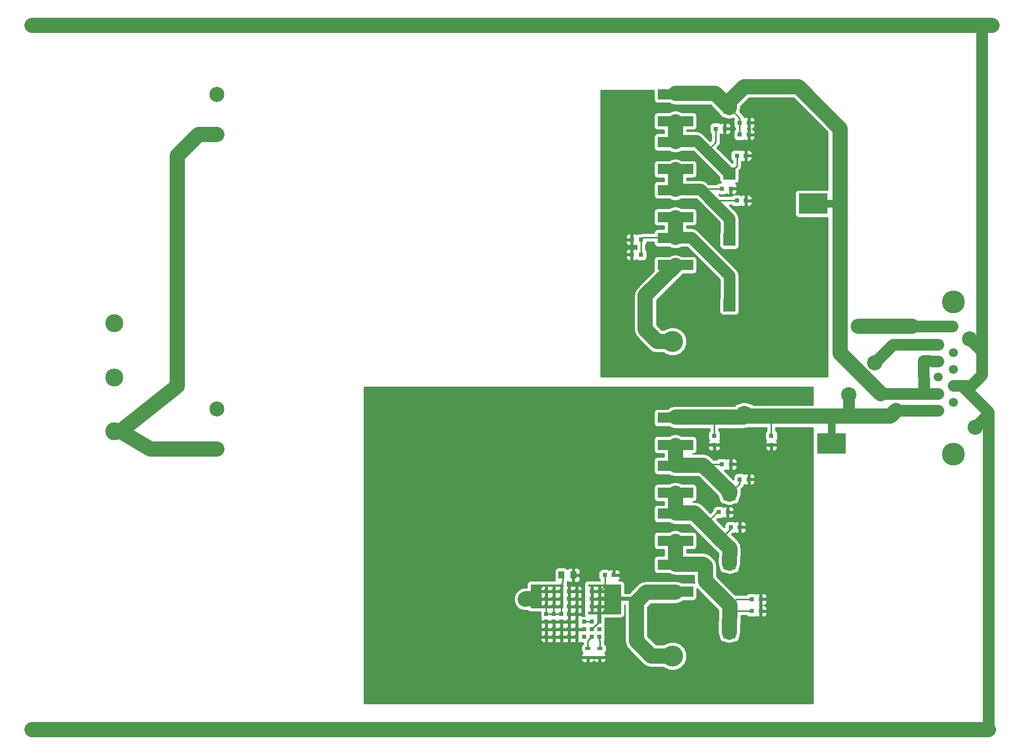
<source format=gbl>
G04 #@! TF.FileFunction,Copper,L2,Bot,Signal*
%FSLAX46Y46*%
G04 Gerber Fmt 4.6, Leading zero omitted, Abs format (unit mm)*
G04 Created by KiCad (PCBNEW 4.0.7) date 08/06/18 18:31:33*
%MOMM*%
%LPD*%
G01*
G04 APERTURE LIST*
%ADD10C,0.150000*%
%ADD11C,3.500000*%
%ADD12C,2.500000*%
%ADD13R,0.800000X0.750000*%
%ADD14R,2.000000X2.000000*%
%ADD15C,2.000000*%
%ADD16R,0.750000X0.800000*%
%ADD17R,0.900000X0.500000*%
%ADD18C,3.000000*%
%ADD19R,0.640000X0.640000*%
%ADD20R,5.900000X1.700000*%
%ADD21R,1.000000X1.250000*%
%ADD22R,1.400000X1.390000*%
%ADD23R,4.860000X3.360000*%
%ADD24C,3.810000*%
%ADD25R,1.520000X1.520000*%
%ADD26C,1.520000*%
%ADD27C,1.905000*%
%ADD28C,2.540000*%
%ADD29C,0.600000*%
%ADD30C,2.540000*%
%ADD31C,0.635000*%
%ADD32C,0.254000*%
%ADD33C,1.905000*%
%ADD34C,1.270000*%
G04 APERTURE END LIST*
D10*
D11*
X108060000Y-54000000D03*
D12*
X32060000Y-12750000D03*
X32060000Y-19500000D03*
D11*
X108060000Y-48500000D03*
D13*
X98250000Y-93000000D03*
X96750000Y-93000000D03*
X122750000Y-99000000D03*
X121250000Y-99000000D03*
X101250000Y-37000000D03*
X102750000Y-37000000D03*
D14*
X117500000Y-102500000D03*
D15*
X122500000Y-102500000D03*
D14*
X117500000Y-48000000D03*
D15*
X122500000Y-48000000D03*
D13*
X117250000Y-82500000D03*
X115750000Y-82500000D03*
X117750000Y-28500000D03*
X116250000Y-28500000D03*
D14*
X117500000Y-91000000D03*
D15*
X122500000Y-91000000D03*
D14*
X117500000Y-37000000D03*
D15*
X122500000Y-37000000D03*
D13*
X117750000Y-74500000D03*
X116250000Y-74500000D03*
X120250000Y-23000000D03*
X118750000Y-23000000D03*
D14*
X117500000Y-79500000D03*
D15*
X122500000Y-79500000D03*
D14*
X117500000Y-26000000D03*
D15*
X122500000Y-26000000D03*
D16*
X124500000Y-71250000D03*
X124500000Y-69750000D03*
D13*
X120750000Y-17500000D03*
X119250000Y-17500000D03*
D14*
X120000000Y-66000000D03*
D15*
X120000000Y-71000000D03*
D14*
X117500000Y-15000000D03*
D15*
X122500000Y-15000000D03*
D11*
X108060000Y-106500000D03*
D12*
X32060000Y-65250000D03*
X32060000Y-72000000D03*
D11*
X108060000Y-101000000D03*
D17*
X93900000Y-105250000D03*
X93900000Y-106750000D03*
X95900000Y-105250000D03*
X95900000Y-106750000D03*
D18*
X15000000Y-69000000D03*
X15000000Y-51000000D03*
X15000000Y-60000000D03*
D13*
X122750000Y-97000000D03*
X121250000Y-97000000D03*
X101250000Y-39500000D03*
X102750000Y-39500000D03*
X119250000Y-85000000D03*
X117750000Y-85000000D03*
X120250000Y-30500000D03*
X118750000Y-30500000D03*
X120750000Y-77000000D03*
X119250000Y-77000000D03*
X116750000Y-18500000D03*
X115250000Y-18500000D03*
D16*
X115000000Y-71250000D03*
X115000000Y-69750000D03*
D13*
X120750000Y-19500000D03*
X119250000Y-19500000D03*
D19*
X95845000Y-103310000D03*
X94575000Y-103310000D03*
X93305000Y-103310000D03*
X92035000Y-103310000D03*
X90765000Y-103310000D03*
X89495000Y-103310000D03*
X88225000Y-103310000D03*
X86955000Y-103310000D03*
X95845000Y-102040000D03*
X94575000Y-102040000D03*
X93305000Y-102040000D03*
X92035000Y-102040000D03*
X90765000Y-102040000D03*
X89495000Y-102040000D03*
X88225000Y-102040000D03*
X86955000Y-102040000D03*
X95845000Y-100770000D03*
X94575000Y-100770000D03*
X93305000Y-100770000D03*
X92035000Y-100770000D03*
X90765000Y-100770000D03*
X89495000Y-100770000D03*
X88225000Y-100770000D03*
X86955000Y-100770000D03*
X92035000Y-99500000D03*
X90765000Y-99500000D03*
X89495000Y-99500000D03*
X88225000Y-99500000D03*
X86955000Y-99500000D03*
X95845000Y-98230000D03*
X94575000Y-98230000D03*
X92035000Y-98230000D03*
X90765000Y-98230000D03*
X89495000Y-98230000D03*
X88225000Y-98230000D03*
X86955000Y-98230000D03*
X94575000Y-96960000D03*
X90765000Y-96960000D03*
X92035000Y-96960000D03*
X95845000Y-95690000D03*
X95845000Y-96960000D03*
X94575000Y-95690000D03*
X92035000Y-95690000D03*
X86955000Y-95690000D03*
X88225000Y-95690000D03*
X89495000Y-95690000D03*
X90765000Y-95690000D03*
X89495000Y-96960000D03*
X88225000Y-96960000D03*
X86955000Y-96960000D03*
X86955000Y-95690000D03*
D20*
X108500000Y-91250000D03*
X108500000Y-95750000D03*
X108500000Y-36750000D03*
X108500000Y-41250000D03*
X108500000Y-82750000D03*
X108500000Y-87250000D03*
X108500000Y-28750000D03*
X108500000Y-33250000D03*
X108500000Y-74750000D03*
X108500000Y-79250000D03*
X108500000Y-20750000D03*
X108500000Y-25250000D03*
X108500000Y-66750000D03*
X108500000Y-71250000D03*
X108500000Y-12750000D03*
X108500000Y-17250000D03*
D21*
X89500000Y-93000000D03*
X91500000Y-93000000D03*
D22*
X130518000Y-71920000D03*
D23*
X134500000Y-71000000D03*
D22*
X130518000Y-70080000D03*
X127518000Y-31920000D03*
D23*
X131500000Y-31000000D03*
D22*
X127518000Y-30080000D03*
D24*
X154840000Y-72790000D03*
X154840000Y-47390000D03*
D25*
X152300000Y-54500000D03*
D26*
X152300000Y-57290000D03*
X152300000Y-59960000D03*
X152300000Y-62760000D03*
X152300000Y-65550000D03*
X154840000Y-55900000D03*
X154840000Y-58690000D03*
X154840000Y-61360000D03*
X154840000Y-64150000D03*
D27*
X154680000Y-51500000D03*
D28*
X83500000Y-97000000D03*
X139000000Y-51500000D03*
X137380000Y-62880000D03*
X141770000Y-57530000D03*
X157540000Y-53570000D03*
X158460000Y-68330000D03*
D29*
X153670000Y-118745000D03*
X140970000Y-118745000D03*
X128270000Y-118745000D03*
X115570000Y-118745000D03*
X102870000Y-118745000D03*
X90170000Y-118745000D03*
X77470000Y-118745000D03*
X64770000Y-118745000D03*
X52070000Y-118745000D03*
X39370000Y-118745000D03*
X26670000Y-118745000D03*
X13970000Y-118745000D03*
X1270000Y-118745000D03*
X153670000Y-1270000D03*
X140970000Y-1270000D03*
X128270000Y-1270000D03*
X115570000Y-1270000D03*
X102870000Y-1270000D03*
X90170000Y-1270000D03*
X77470000Y-1270000D03*
X64770000Y-1270000D03*
X52070000Y-1270000D03*
X39370000Y-1270000D03*
X26670000Y-1270000D03*
X13970000Y-1270000D03*
X1270000Y-1270000D03*
D30*
X108060000Y-106500000D02*
X104500000Y-106500000D01*
X104500000Y-106500000D02*
X102000000Y-104000000D01*
X102000000Y-104000000D02*
X102000000Y-97500000D01*
D31*
X101460000Y-96960000D02*
X102000000Y-97500000D01*
D30*
X102000000Y-97500000D02*
X103650000Y-95850000D01*
D31*
X95845000Y-96960000D02*
X101460000Y-96960000D01*
D32*
X96750000Y-93000000D02*
X96750000Y-94785000D01*
X96750000Y-94785000D02*
X95845000Y-95690000D01*
X95845000Y-100770000D02*
X94575000Y-102040000D01*
D31*
X95845000Y-98230000D02*
X95845000Y-100770000D01*
D30*
X103650000Y-95850000D02*
X108500000Y-95850000D01*
D32*
X119250000Y-77000000D02*
X119250000Y-77750000D01*
X119250000Y-77750000D02*
X117500000Y-79500000D01*
X116250000Y-74500000D02*
X113300000Y-74500000D01*
X113300000Y-74500000D02*
X113150000Y-74650000D01*
D30*
X117500000Y-79500000D02*
X117580000Y-79080000D01*
X113150000Y-74650000D02*
X108500000Y-74650000D01*
X117580000Y-79080000D02*
X113150000Y-74650000D01*
X108500000Y-74650000D02*
X108500000Y-71350000D01*
D32*
X118750000Y-23000000D02*
X118750000Y-24750000D01*
X118750000Y-24750000D02*
X117500000Y-26000000D01*
X115250000Y-18500000D02*
X115250000Y-20500000D01*
X115250000Y-20500000D02*
X115250000Y-20750000D01*
X115250000Y-20750000D02*
X113750000Y-22250000D01*
D33*
X117500000Y-26000000D02*
X113750000Y-22250000D01*
X113750000Y-22250000D02*
X112000000Y-20500000D01*
X112000000Y-20500000D02*
X108650000Y-20500000D01*
X108650000Y-20500000D02*
X108500000Y-20650000D01*
D30*
X108500000Y-20650000D02*
X108500000Y-17350000D01*
D33*
X148000000Y-51500000D02*
X154680000Y-51500000D01*
D30*
X83540000Y-96960000D02*
X83500000Y-97000000D01*
X139000000Y-51500000D02*
X148000000Y-51500000D01*
X83540000Y-96960000D02*
X84540000Y-96960000D01*
D31*
X154840000Y-51660000D02*
X154680000Y-51500000D01*
D32*
X88225000Y-99500000D02*
X88225000Y-98230000D01*
X86955000Y-98230000D02*
X86955000Y-99500000D01*
X86955000Y-99500000D02*
X88225000Y-99500000D01*
X88225000Y-99500000D02*
X89495000Y-99500000D01*
X89495000Y-99500000D02*
X89495000Y-98230000D01*
X89750000Y-93000000D02*
X89750000Y-94250000D01*
X89495000Y-94505000D02*
X89495000Y-95690000D01*
X89750000Y-94250000D02*
X89495000Y-94505000D01*
X86955000Y-96960000D02*
X84540000Y-96960000D01*
X84540000Y-96960000D02*
X84500000Y-97000000D01*
D30*
X144350000Y-66500000D02*
X137180000Y-66500000D01*
X137180000Y-66500000D02*
X134500000Y-66500000D01*
D33*
X137380000Y-62880000D02*
X137380000Y-66300000D01*
X137380000Y-66300000D02*
X137180000Y-66500000D01*
X152300000Y-54500000D02*
X144800000Y-54500000D01*
X144800000Y-54500000D02*
X141770000Y-57530000D01*
X152300000Y-65550000D02*
X145300000Y-65550000D01*
D30*
X144350000Y-66500000D02*
X145300000Y-65550000D01*
D34*
X134500000Y-71000000D02*
X134500000Y-66500000D01*
X134500000Y-66500000D02*
X134500000Y-67000000D01*
X134500000Y-67000000D02*
X134500000Y-66500000D01*
D32*
X124500000Y-69750000D02*
X124500000Y-66500000D01*
X115000000Y-69750000D02*
X115000000Y-66650000D01*
X115000000Y-66650000D02*
X115000000Y-67000000D01*
X115000000Y-67000000D02*
X115000000Y-66650000D01*
X117000000Y-66650000D02*
X117000000Y-67000000D01*
X117000000Y-67000000D02*
X117000000Y-66650000D01*
D30*
X120000000Y-66000000D02*
X120000000Y-66500000D01*
X120000000Y-66500000D02*
X119850000Y-66650000D01*
X119850000Y-66650000D02*
X120000000Y-66000000D01*
X108500000Y-66650000D02*
X115000000Y-66650000D01*
X115000000Y-66650000D02*
X117000000Y-66650000D01*
X117000000Y-66650000D02*
X119850000Y-66650000D01*
X119850000Y-66650000D02*
X120000000Y-66500000D01*
X120000000Y-66500000D02*
X124500000Y-66500000D01*
X124500000Y-66500000D02*
X134500000Y-66500000D01*
D33*
X152300000Y-62760000D02*
X149930000Y-62760000D01*
X149930000Y-62760000D02*
X145300000Y-62760000D01*
X149870000Y-57260000D02*
X149930000Y-62760000D01*
X152300000Y-57290000D02*
X149870000Y-57260000D01*
D30*
X136000000Y-56000000D02*
X136000000Y-31000000D01*
X136000000Y-56000000D02*
X142760000Y-62760000D01*
D33*
X142760000Y-62760000D02*
X145300000Y-62760000D01*
D34*
X131500000Y-31000000D02*
X136000000Y-31000000D01*
D32*
X119250000Y-19500000D02*
X119250000Y-17500000D01*
X119250000Y-17500000D02*
X119250000Y-16750000D01*
X119250000Y-16750000D02*
X117500000Y-15000000D01*
D30*
X136000000Y-18500000D02*
X136000000Y-31000000D01*
X129000000Y-11500000D02*
X136000000Y-18500000D01*
X120000000Y-11500000D02*
X129000000Y-11500000D01*
X117500000Y-14000000D02*
X120000000Y-11500000D01*
X117500000Y-15000000D02*
X117500000Y-14000000D01*
X108500000Y-12650000D02*
X115150000Y-12650000D01*
X115150000Y-12650000D02*
X117500000Y-15000000D01*
D33*
X159580000Y-58430000D02*
X159580000Y-1270000D01*
X159580000Y-59580000D02*
X159580000Y-58430000D01*
X159580000Y-58430000D02*
X159580000Y-55610000D01*
X159580000Y-55610000D02*
X157540000Y-53570000D01*
X160655000Y-65745000D02*
X160655000Y-66135000D01*
X160655000Y-66135000D02*
X158460000Y-68330000D01*
D30*
X153670000Y-1270000D02*
X159580000Y-1270000D01*
X159580000Y-1270000D02*
X161290000Y-1270000D01*
D33*
X157800000Y-61360000D02*
X159580000Y-59580000D01*
X156270000Y-61360000D02*
X157800000Y-61360000D01*
X156270000Y-61360000D02*
X160655000Y-65745000D01*
X160655000Y-65745000D02*
X160655000Y-118745000D01*
X154840000Y-61360000D02*
X156270000Y-61360000D01*
D30*
X153670000Y-118745000D02*
X160655000Y-118745000D01*
X153670000Y-118745000D02*
X1270000Y-118745000D01*
X153670000Y-1270000D02*
X1270000Y-1270000D01*
X108060000Y-54000000D02*
X105500000Y-54000000D01*
X103500000Y-46350000D02*
X108500000Y-41350000D01*
X103500000Y-52000000D02*
X103500000Y-46350000D01*
X105500000Y-54000000D02*
X103500000Y-52000000D01*
D33*
X15000000Y-69000000D02*
X16000000Y-69000000D01*
D30*
X32060000Y-72000000D02*
X21000000Y-72000000D01*
X21000000Y-72000000D02*
X16000000Y-69000000D01*
X32060000Y-19500000D02*
X29000000Y-19500000D01*
X25500000Y-61500000D02*
X16000000Y-69000000D01*
X25500000Y-23000000D02*
X25500000Y-61500000D01*
X29000000Y-19500000D02*
X25500000Y-23000000D01*
D32*
X93900000Y-105250000D02*
X93900000Y-104000000D01*
X93900000Y-104000000D02*
X94575000Y-103325000D01*
X94575000Y-103325000D02*
X94575000Y-103310000D01*
X95900000Y-105250000D02*
X95900000Y-104000000D01*
X95845000Y-103945000D02*
X95845000Y-103310000D01*
X95900000Y-104000000D02*
X95845000Y-103945000D01*
X93305000Y-100770000D02*
X94575000Y-100770000D01*
X121250000Y-97000000D02*
X118660000Y-97000000D01*
X118660000Y-97000000D02*
X117580000Y-98080000D01*
X121250000Y-99000000D02*
X117563348Y-99000000D01*
X117500000Y-99000000D02*
X117500000Y-102500000D01*
X117563348Y-99000000D02*
X117500000Y-99000000D01*
D30*
X117500000Y-102500000D02*
X117500000Y-102500000D01*
X117500000Y-102500000D02*
X117580000Y-98080000D01*
X113150000Y-91150000D02*
X108500000Y-91150000D01*
X113500000Y-91500000D02*
X113150000Y-91150000D01*
X113500000Y-94000000D02*
X113500000Y-91500000D01*
X117580000Y-98080000D02*
X113500000Y-94000000D01*
X108500000Y-91150000D02*
X108500000Y-87350000D01*
D32*
X102750000Y-39500000D02*
X102750000Y-37000000D01*
X102750000Y-37000000D02*
X103100000Y-36650000D01*
X103100000Y-36650000D02*
X108500000Y-36650000D01*
X108150000Y-37000000D02*
X108500000Y-36650000D01*
D33*
X117500000Y-48000000D02*
X117500000Y-43000000D01*
X117500000Y-43000000D02*
X111150000Y-36650000D01*
X111150000Y-36650000D02*
X108500000Y-36650000D01*
D30*
X108500000Y-36650000D02*
X108500000Y-33350000D01*
D32*
X117750000Y-85000000D02*
X117750000Y-85250000D01*
X117750000Y-85250000D02*
X116000000Y-87000000D01*
X115750000Y-82500000D02*
X115500000Y-82500000D01*
X115500000Y-82500000D02*
X113500000Y-84500000D01*
D30*
X117500000Y-91000000D02*
X117580000Y-88580000D01*
X111650000Y-82650000D02*
X108500000Y-82650000D01*
X117580000Y-88580000D02*
X116000000Y-87000000D01*
X116000000Y-87000000D02*
X113500000Y-84500000D01*
X113500000Y-84500000D02*
X111650000Y-82650000D01*
X108500000Y-82650000D02*
X108500000Y-79350000D01*
D32*
X118750000Y-30500000D02*
X114500000Y-30500000D01*
X116250000Y-28500000D02*
X112800000Y-28500000D01*
X112800000Y-28500000D02*
X112650000Y-28650000D01*
D33*
X117500000Y-37000000D02*
X117500000Y-33500000D01*
X112650000Y-28650000D02*
X108500000Y-28650000D01*
X117500000Y-33500000D02*
X114500000Y-30500000D01*
X114500000Y-30500000D02*
X112650000Y-28650000D01*
D30*
X108500000Y-28650000D02*
X108500000Y-25350000D01*
D32*
G36*
X131373000Y-64595000D02*
X121493974Y-64595000D01*
X121464090Y-64548559D01*
X121251890Y-64403569D01*
X121000000Y-64352560D01*
X120897456Y-64352560D01*
X120729012Y-64240009D01*
X120573203Y-64209017D01*
X120428357Y-64143785D01*
X120212152Y-64137199D01*
X120000000Y-64095000D01*
X119844194Y-64125992D01*
X119685408Y-64121155D01*
X119483140Y-64197809D01*
X119270988Y-64240009D01*
X119138899Y-64328268D01*
X119074801Y-64352560D01*
X119000000Y-64352560D01*
X118764683Y-64396838D01*
X118548559Y-64535910D01*
X118405694Y-64745000D01*
X108500000Y-64745000D01*
X107770988Y-64890009D01*
X107228394Y-65252560D01*
X105550000Y-65252560D01*
X105314683Y-65296838D01*
X105098559Y-65435910D01*
X104953569Y-65648110D01*
X104902560Y-65900000D01*
X104902560Y-67600000D01*
X104946838Y-67835317D01*
X105085910Y-68051441D01*
X105298110Y-68196431D01*
X105550000Y-68247440D01*
X107527714Y-68247440D01*
X107770988Y-68409991D01*
X108500000Y-68555000D01*
X114238000Y-68555000D01*
X114238000Y-68844443D01*
X114173559Y-68885910D01*
X114028569Y-69098110D01*
X113977560Y-69350000D01*
X113977560Y-70150000D01*
X114021838Y-70385317D01*
X114088329Y-70488646D01*
X114086673Y-70490302D01*
X113990000Y-70723691D01*
X113990000Y-70964250D01*
X114148750Y-71123000D01*
X114873000Y-71123000D01*
X114873000Y-71103000D01*
X115127000Y-71103000D01*
X115127000Y-71123000D01*
X115851250Y-71123000D01*
X116010000Y-70964250D01*
X116010000Y-70723691D01*
X115913327Y-70490302D01*
X115911957Y-70488932D01*
X115971431Y-70401890D01*
X116022440Y-70150000D01*
X116022440Y-69350000D01*
X115978162Y-69114683D01*
X115839090Y-68898559D01*
X115762000Y-68845886D01*
X115762000Y-68555000D01*
X119850000Y-68555000D01*
X120005806Y-68524008D01*
X120164592Y-68528845D01*
X120366860Y-68452191D01*
X120579012Y-68409991D01*
X120586482Y-68405000D01*
X123738000Y-68405000D01*
X123738000Y-68844443D01*
X123673559Y-68885910D01*
X123528569Y-69098110D01*
X123477560Y-69350000D01*
X123477560Y-70150000D01*
X123521838Y-70385317D01*
X123588329Y-70488646D01*
X123586673Y-70490302D01*
X123490000Y-70723691D01*
X123490000Y-70964250D01*
X123648750Y-71123000D01*
X124373000Y-71123000D01*
X124373000Y-71103000D01*
X124627000Y-71103000D01*
X124627000Y-71123000D01*
X125351250Y-71123000D01*
X125510000Y-70964250D01*
X125510000Y-70723691D01*
X125413327Y-70490302D01*
X125411957Y-70488932D01*
X125471431Y-70401890D01*
X125522440Y-70150000D01*
X125522440Y-69350000D01*
X125478162Y-69114683D01*
X125339090Y-68898559D01*
X125262000Y-68845886D01*
X125262000Y-68405000D01*
X131373000Y-68405000D01*
X131373000Y-114373000D01*
X56627000Y-114373000D01*
X56627000Y-107033750D01*
X92815000Y-107033750D01*
X92815000Y-107126309D01*
X92911673Y-107359698D01*
X93090301Y-107538327D01*
X93323690Y-107635000D01*
X93614250Y-107635000D01*
X93773000Y-107476250D01*
X93773000Y-106875000D01*
X94027000Y-106875000D01*
X94027000Y-107476250D01*
X94185750Y-107635000D01*
X94476310Y-107635000D01*
X94709699Y-107538327D01*
X94888327Y-107359698D01*
X94900000Y-107331517D01*
X94911673Y-107359698D01*
X95090301Y-107538327D01*
X95323690Y-107635000D01*
X95614250Y-107635000D01*
X95773000Y-107476250D01*
X95773000Y-106875000D01*
X96027000Y-106875000D01*
X96027000Y-107476250D01*
X96185750Y-107635000D01*
X96476310Y-107635000D01*
X96709699Y-107538327D01*
X96888327Y-107359698D01*
X96985000Y-107126309D01*
X96985000Y-107033750D01*
X96826250Y-106875000D01*
X96027000Y-106875000D01*
X95773000Y-106875000D01*
X94973750Y-106875000D01*
X94900000Y-106948750D01*
X94826250Y-106875000D01*
X94027000Y-106875000D01*
X93773000Y-106875000D01*
X92973750Y-106875000D01*
X92815000Y-107033750D01*
X56627000Y-107033750D01*
X56627000Y-103595750D01*
X86000000Y-103595750D01*
X86000000Y-103756310D01*
X86096673Y-103989699D01*
X86275302Y-104168327D01*
X86508691Y-104265000D01*
X86669250Y-104265000D01*
X86828000Y-104106250D01*
X86828000Y-103437000D01*
X87082000Y-103437000D01*
X87082000Y-104106250D01*
X87240750Y-104265000D01*
X87401309Y-104265000D01*
X87590000Y-104186842D01*
X87778691Y-104265000D01*
X87939250Y-104265000D01*
X88098000Y-104106250D01*
X88098000Y-103437000D01*
X88352000Y-103437000D01*
X88352000Y-104106250D01*
X88510750Y-104265000D01*
X88671309Y-104265000D01*
X88860000Y-104186842D01*
X89048691Y-104265000D01*
X89209250Y-104265000D01*
X89368000Y-104106250D01*
X89368000Y-103437000D01*
X89622000Y-103437000D01*
X89622000Y-104106250D01*
X89780750Y-104265000D01*
X89941309Y-104265000D01*
X90130000Y-104186842D01*
X90318691Y-104265000D01*
X90479250Y-104265000D01*
X90638000Y-104106250D01*
X90638000Y-103437000D01*
X90892000Y-103437000D01*
X90892000Y-104106250D01*
X91050750Y-104265000D01*
X91211309Y-104265000D01*
X91400000Y-104186842D01*
X91588691Y-104265000D01*
X91749250Y-104265000D01*
X91908000Y-104106250D01*
X91908000Y-103437000D01*
X90892000Y-103437000D01*
X90638000Y-103437000D01*
X89622000Y-103437000D01*
X89368000Y-103437000D01*
X88352000Y-103437000D01*
X88098000Y-103437000D01*
X87082000Y-103437000D01*
X86828000Y-103437000D01*
X86158750Y-103437000D01*
X86000000Y-103595750D01*
X56627000Y-103595750D01*
X56627000Y-102325750D01*
X86000000Y-102325750D01*
X86000000Y-102486310D01*
X86078158Y-102675000D01*
X86000000Y-102863690D01*
X86000000Y-103024250D01*
X86158750Y-103183000D01*
X86828000Y-103183000D01*
X86828000Y-102167000D01*
X87082000Y-102167000D01*
X87082000Y-103183000D01*
X88098000Y-103183000D01*
X88098000Y-102167000D01*
X88352000Y-102167000D01*
X88352000Y-103183000D01*
X89368000Y-103183000D01*
X89368000Y-102167000D01*
X89622000Y-102167000D01*
X89622000Y-103183000D01*
X90638000Y-103183000D01*
X90638000Y-102167000D01*
X90892000Y-102167000D01*
X90892000Y-103183000D01*
X91908000Y-103183000D01*
X91908000Y-102167000D01*
X90892000Y-102167000D01*
X90638000Y-102167000D01*
X89622000Y-102167000D01*
X89368000Y-102167000D01*
X88352000Y-102167000D01*
X88098000Y-102167000D01*
X87082000Y-102167000D01*
X86828000Y-102167000D01*
X86158750Y-102167000D01*
X86000000Y-102325750D01*
X56627000Y-102325750D01*
X56627000Y-101055750D01*
X86000000Y-101055750D01*
X86000000Y-101216310D01*
X86078158Y-101405000D01*
X86000000Y-101593690D01*
X86000000Y-101754250D01*
X86158750Y-101913000D01*
X86828000Y-101913000D01*
X86828000Y-100897000D01*
X87082000Y-100897000D01*
X87082000Y-101913000D01*
X88098000Y-101913000D01*
X88098000Y-100897000D01*
X88352000Y-100897000D01*
X88352000Y-101913000D01*
X89368000Y-101913000D01*
X89368000Y-100897000D01*
X89622000Y-100897000D01*
X89622000Y-101913000D01*
X90638000Y-101913000D01*
X90638000Y-100897000D01*
X90892000Y-100897000D01*
X90892000Y-101913000D01*
X91908000Y-101913000D01*
X91908000Y-100897000D01*
X90892000Y-100897000D01*
X90638000Y-100897000D01*
X89622000Y-100897000D01*
X89368000Y-100897000D01*
X88352000Y-100897000D01*
X88098000Y-100897000D01*
X87082000Y-100897000D01*
X86828000Y-100897000D01*
X86158750Y-100897000D01*
X86000000Y-101055750D01*
X56627000Y-101055750D01*
X56627000Y-97377265D01*
X81594670Y-97377265D01*
X81884078Y-98077686D01*
X82419495Y-98614039D01*
X83119410Y-98904668D01*
X83877265Y-98905330D01*
X83911606Y-98891140D01*
X83944827Y-98942767D01*
X84152949Y-99084971D01*
X84400000Y-99135000D01*
X85996673Y-99135000D01*
X85987560Y-99180000D01*
X85987560Y-99820000D01*
X86031838Y-100055317D01*
X86080098Y-100130316D01*
X86000000Y-100323690D01*
X86000000Y-100484250D01*
X86158750Y-100643000D01*
X86828000Y-100643000D01*
X86828000Y-100623000D01*
X87082000Y-100623000D01*
X87082000Y-100643000D01*
X88098000Y-100643000D01*
X88098000Y-100623000D01*
X88352000Y-100623000D01*
X88352000Y-100643000D01*
X89368000Y-100643000D01*
X89368000Y-100623000D01*
X89622000Y-100623000D01*
X89622000Y-100643000D01*
X90638000Y-100643000D01*
X90638000Y-99627000D01*
X90892000Y-99627000D01*
X90892000Y-100643000D01*
X91908000Y-100643000D01*
X91908000Y-99627000D01*
X92162000Y-99627000D01*
X92162000Y-100643000D01*
X92182000Y-100643000D01*
X92182000Y-100897000D01*
X92162000Y-100897000D01*
X92162000Y-101913000D01*
X93178000Y-101913000D01*
X93178000Y-101893000D01*
X93432000Y-101893000D01*
X93432000Y-101913000D01*
X93452000Y-101913000D01*
X93452000Y-102167000D01*
X93432000Y-102167000D01*
X93432000Y-102187000D01*
X93178000Y-102187000D01*
X93178000Y-102167000D01*
X92162000Y-102167000D01*
X92162000Y-103183000D01*
X92182000Y-103183000D01*
X92182000Y-103437000D01*
X92162000Y-103437000D01*
X92162000Y-104106250D01*
X92320750Y-104265000D01*
X92481309Y-104265000D01*
X92673218Y-104185509D01*
X92733110Y-104226431D01*
X92985000Y-104277440D01*
X93138000Y-104277440D01*
X93138000Y-104446182D01*
X92998559Y-104535910D01*
X92853569Y-104748110D01*
X92802560Y-105000000D01*
X92802560Y-105500000D01*
X92846838Y-105735317D01*
X92985910Y-105951441D01*
X93054006Y-105997969D01*
X92911673Y-106140302D01*
X92815000Y-106373691D01*
X92815000Y-106466250D01*
X92973750Y-106625000D01*
X93773000Y-106625000D01*
X93773000Y-106603000D01*
X94027000Y-106603000D01*
X94027000Y-106625000D01*
X94826250Y-106625000D01*
X94900000Y-106551250D01*
X94973750Y-106625000D01*
X95773000Y-106625000D01*
X95773000Y-106603000D01*
X96027000Y-106603000D01*
X96027000Y-106625000D01*
X96826250Y-106625000D01*
X96985000Y-106466250D01*
X96985000Y-106373691D01*
X96888327Y-106140302D01*
X96747090Y-105999064D01*
X96801441Y-105964090D01*
X96946431Y-105751890D01*
X96997440Y-105500000D01*
X96997440Y-105000000D01*
X96953162Y-104764683D01*
X96814090Y-104548559D01*
X96662000Y-104444640D01*
X96662000Y-104027412D01*
X96761431Y-103881890D01*
X96812440Y-103630000D01*
X96812440Y-102990000D01*
X96768162Y-102754683D01*
X96717577Y-102676072D01*
X96761431Y-102611890D01*
X96812440Y-102360000D01*
X96812440Y-101720000D01*
X96768162Y-101484683D01*
X96717577Y-101406072D01*
X96761431Y-101341890D01*
X96812440Y-101090000D01*
X96812440Y-100450000D01*
X96797500Y-100370601D01*
X96797500Y-100135000D01*
X99400000Y-100135000D01*
X99630795Y-100091573D01*
X99842767Y-99955173D01*
X99984971Y-99747051D01*
X100035000Y-99500000D01*
X100035000Y-97912500D01*
X100095000Y-97912500D01*
X100095000Y-104000000D01*
X100224093Y-104648996D01*
X100240009Y-104729012D01*
X100652962Y-105347038D01*
X103152962Y-107847038D01*
X103770988Y-108259991D01*
X104500000Y-108405000D01*
X106591718Y-108405000D01*
X106707242Y-108520726D01*
X107583513Y-108884585D01*
X108532325Y-108885413D01*
X109409229Y-108523084D01*
X110080726Y-107852758D01*
X110444585Y-106976487D01*
X110445413Y-106027675D01*
X110083084Y-105150771D01*
X109412758Y-104479274D01*
X108536487Y-104115415D01*
X107587675Y-104114587D01*
X106710771Y-104476916D01*
X106592481Y-104595000D01*
X105289076Y-104595000D01*
X103905000Y-103210924D01*
X103905000Y-98289076D01*
X104439077Y-97755000D01*
X108500000Y-97755000D01*
X109229012Y-97609991D01*
X109771606Y-97247440D01*
X111450000Y-97247440D01*
X111685317Y-97203162D01*
X111901441Y-97064090D01*
X112046431Y-96851890D01*
X112097440Y-96600000D01*
X112097440Y-95263944D01*
X112152962Y-95347038D01*
X115660666Y-98854742D01*
X115595312Y-102465526D01*
X115598423Y-102482792D01*
X115595000Y-102500000D01*
X115664208Y-102847934D01*
X115727105Y-103197043D01*
X115736586Y-103211804D01*
X115740009Y-103229012D01*
X115852560Y-103397456D01*
X115852560Y-103500000D01*
X115896838Y-103735317D01*
X116035910Y-103951441D01*
X116248110Y-104096431D01*
X116500000Y-104147440D01*
X116596646Y-104147440D01*
X116739258Y-104246510D01*
X116756400Y-104250243D01*
X116770988Y-104259991D01*
X117118921Y-104329199D01*
X117465526Y-104404688D01*
X117482792Y-104401577D01*
X117500000Y-104405000D01*
X117847934Y-104335792D01*
X118197043Y-104272895D01*
X118211804Y-104263414D01*
X118229012Y-104259991D01*
X118397456Y-104147440D01*
X118500000Y-104147440D01*
X118735317Y-104103162D01*
X118951441Y-103964090D01*
X119096431Y-103751890D01*
X119147440Y-103500000D01*
X119147440Y-103403354D01*
X119246510Y-103260742D01*
X119250243Y-103243600D01*
X119259991Y-103229012D01*
X119329199Y-102881079D01*
X119404688Y-102534474D01*
X119454869Y-99762000D01*
X120344443Y-99762000D01*
X120385910Y-99826441D01*
X120598110Y-99971431D01*
X120850000Y-100022440D01*
X121650000Y-100022440D01*
X121885317Y-99978162D01*
X121988646Y-99911671D01*
X121990302Y-99913327D01*
X122223691Y-100010000D01*
X122464250Y-100010000D01*
X122623000Y-99851250D01*
X122623000Y-99127000D01*
X122877000Y-99127000D01*
X122877000Y-99851250D01*
X123035750Y-100010000D01*
X123276309Y-100010000D01*
X123509698Y-99913327D01*
X123688327Y-99734699D01*
X123785000Y-99501310D01*
X123785000Y-99285750D01*
X123626250Y-99127000D01*
X122877000Y-99127000D01*
X122623000Y-99127000D01*
X122603000Y-99127000D01*
X122603000Y-98873000D01*
X122623000Y-98873000D01*
X122623000Y-98148750D01*
X122474250Y-98000000D01*
X122623000Y-97851250D01*
X122623000Y-97127000D01*
X122877000Y-97127000D01*
X122877000Y-97851250D01*
X123025750Y-98000000D01*
X122877000Y-98148750D01*
X122877000Y-98873000D01*
X123626250Y-98873000D01*
X123785000Y-98714250D01*
X123785000Y-98498690D01*
X123688327Y-98265301D01*
X123509698Y-98086673D01*
X123300451Y-98000000D01*
X123509698Y-97913327D01*
X123688327Y-97734699D01*
X123785000Y-97501310D01*
X123785000Y-97285750D01*
X123626250Y-97127000D01*
X122877000Y-97127000D01*
X122623000Y-97127000D01*
X122603000Y-97127000D01*
X122603000Y-96873000D01*
X122623000Y-96873000D01*
X122623000Y-96148750D01*
X122877000Y-96148750D01*
X122877000Y-96873000D01*
X123626250Y-96873000D01*
X123785000Y-96714250D01*
X123785000Y-96498690D01*
X123688327Y-96265301D01*
X123509698Y-96086673D01*
X123276309Y-95990000D01*
X123035750Y-95990000D01*
X122877000Y-96148750D01*
X122623000Y-96148750D01*
X122464250Y-95990000D01*
X122223691Y-95990000D01*
X121990302Y-96086673D01*
X121988932Y-96088043D01*
X121901890Y-96028569D01*
X121650000Y-95977560D01*
X120850000Y-95977560D01*
X120614683Y-96021838D01*
X120398559Y-96160910D01*
X120345886Y-96238000D01*
X118660000Y-96238000D01*
X118469892Y-96275815D01*
X115405000Y-93210924D01*
X115405000Y-91500000D01*
X115259991Y-90770988D01*
X115026128Y-90420988D01*
X114847039Y-90152962D01*
X114497038Y-89802962D01*
X113879012Y-89390009D01*
X113150000Y-89245000D01*
X110405000Y-89245000D01*
X110405000Y-88747440D01*
X111450000Y-88747440D01*
X111685317Y-88703162D01*
X111901441Y-88564090D01*
X112046431Y-88351890D01*
X112097440Y-88100000D01*
X112097440Y-86400000D01*
X112053162Y-86164683D01*
X111914090Y-85948559D01*
X111701890Y-85803569D01*
X111450000Y-85752560D01*
X109472286Y-85752560D01*
X109229012Y-85590009D01*
X108500000Y-85445000D01*
X107770988Y-85590009D01*
X107527714Y-85752560D01*
X105550000Y-85752560D01*
X105314683Y-85796838D01*
X105098559Y-85935910D01*
X104953569Y-86148110D01*
X104902560Y-86400000D01*
X104902560Y-88100000D01*
X104946838Y-88335317D01*
X105085910Y-88551441D01*
X105298110Y-88696431D01*
X105550000Y-88747440D01*
X106595000Y-88747440D01*
X106595000Y-89752560D01*
X105550000Y-89752560D01*
X105314683Y-89796838D01*
X105098559Y-89935910D01*
X104953569Y-90148110D01*
X104902560Y-90400000D01*
X104902560Y-92100000D01*
X104946838Y-92335317D01*
X105085910Y-92551441D01*
X105298110Y-92696431D01*
X105550000Y-92747440D01*
X107527714Y-92747440D01*
X107770988Y-92909991D01*
X108500000Y-93055000D01*
X111595000Y-93055000D01*
X111595000Y-94000000D01*
X111653431Y-94293756D01*
X111450000Y-94252560D01*
X109472286Y-94252560D01*
X109229012Y-94090009D01*
X108500000Y-93945000D01*
X103650000Y-93945000D01*
X103085765Y-94057233D01*
X102920987Y-94090009D01*
X102302961Y-94502962D01*
X100798424Y-96007500D01*
X100035000Y-96007500D01*
X100035000Y-94500000D01*
X99991573Y-94269205D01*
X99855173Y-94057233D01*
X99647051Y-93915029D01*
X99400000Y-93865000D01*
X99058025Y-93865000D01*
X99188327Y-93734699D01*
X99285000Y-93501310D01*
X99285000Y-93285750D01*
X99126250Y-93127000D01*
X98377000Y-93127000D01*
X98377000Y-93147000D01*
X98123000Y-93147000D01*
X98123000Y-93127000D01*
X98103000Y-93127000D01*
X98103000Y-92873000D01*
X98123000Y-92873000D01*
X98123000Y-92148750D01*
X98377000Y-92148750D01*
X98377000Y-92873000D01*
X99126250Y-92873000D01*
X99285000Y-92714250D01*
X99285000Y-92498690D01*
X99188327Y-92265301D01*
X99009698Y-92086673D01*
X98776309Y-91990000D01*
X98535750Y-91990000D01*
X98377000Y-92148750D01*
X98123000Y-92148750D01*
X97964250Y-91990000D01*
X97723691Y-91990000D01*
X97490302Y-92086673D01*
X97488932Y-92088043D01*
X97401890Y-92028569D01*
X97150000Y-91977560D01*
X96350000Y-91977560D01*
X96114683Y-92021838D01*
X95898559Y-92160910D01*
X95753569Y-92373110D01*
X95702560Y-92625000D01*
X95702560Y-93375000D01*
X95746838Y-93610317D01*
X95885910Y-93826441D01*
X95942343Y-93865000D01*
X93900000Y-93865000D01*
X93669205Y-93908427D01*
X93457233Y-94044827D01*
X93315029Y-94252949D01*
X93265000Y-94500000D01*
X93265000Y-99500000D01*
X93308427Y-99730795D01*
X93354606Y-99802560D01*
X92990000Y-99802560D01*
X92990000Y-99785750D01*
X92831250Y-99627000D01*
X92162000Y-99627000D01*
X91908000Y-99627000D01*
X90892000Y-99627000D01*
X90638000Y-99627000D01*
X90618000Y-99627000D01*
X90618000Y-99373000D01*
X90638000Y-99373000D01*
X90638000Y-98357000D01*
X90892000Y-98357000D01*
X90892000Y-99373000D01*
X91908000Y-99373000D01*
X91908000Y-98357000D01*
X92162000Y-98357000D01*
X92162000Y-99373000D01*
X92831250Y-99373000D01*
X92990000Y-99214250D01*
X92990000Y-99053690D01*
X92911842Y-98865000D01*
X92990000Y-98676310D01*
X92990000Y-98515750D01*
X92831250Y-98357000D01*
X92162000Y-98357000D01*
X91908000Y-98357000D01*
X90892000Y-98357000D01*
X90638000Y-98357000D01*
X90618000Y-98357000D01*
X90618000Y-98103000D01*
X90638000Y-98103000D01*
X90638000Y-97087000D01*
X90892000Y-97087000D01*
X90892000Y-98103000D01*
X91908000Y-98103000D01*
X91908000Y-97087000D01*
X92162000Y-97087000D01*
X92162000Y-98103000D01*
X92831250Y-98103000D01*
X92990000Y-97944250D01*
X92990000Y-97783690D01*
X92911842Y-97595000D01*
X92990000Y-97406310D01*
X92990000Y-97245750D01*
X92831250Y-97087000D01*
X92162000Y-97087000D01*
X91908000Y-97087000D01*
X90892000Y-97087000D01*
X90638000Y-97087000D01*
X90618000Y-97087000D01*
X90618000Y-96833000D01*
X90638000Y-96833000D01*
X90638000Y-95817000D01*
X90892000Y-95817000D01*
X90892000Y-96833000D01*
X91908000Y-96833000D01*
X91908000Y-95817000D01*
X92162000Y-95817000D01*
X92162000Y-96833000D01*
X92831250Y-96833000D01*
X92990000Y-96674250D01*
X92990000Y-96513690D01*
X92911842Y-96325000D01*
X92990000Y-96136310D01*
X92990000Y-95975750D01*
X92831250Y-95817000D01*
X92162000Y-95817000D01*
X91908000Y-95817000D01*
X90892000Y-95817000D01*
X90638000Y-95817000D01*
X90618000Y-95817000D01*
X90618000Y-95563000D01*
X90638000Y-95563000D01*
X90638000Y-94893750D01*
X90892000Y-94893750D01*
X90892000Y-95563000D01*
X91908000Y-95563000D01*
X91908000Y-94893750D01*
X92162000Y-94893750D01*
X92162000Y-95563000D01*
X92831250Y-95563000D01*
X92990000Y-95404250D01*
X92990000Y-95243690D01*
X92893327Y-95010301D01*
X92714698Y-94831673D01*
X92481309Y-94735000D01*
X92320750Y-94735000D01*
X92162000Y-94893750D01*
X91908000Y-94893750D01*
X91749250Y-94735000D01*
X91588691Y-94735000D01*
X91400000Y-94813158D01*
X91211309Y-94735000D01*
X91050750Y-94735000D01*
X90892000Y-94893750D01*
X90638000Y-94893750D01*
X90535000Y-94790750D01*
X90535000Y-94500000D01*
X90499646Y-94312108D01*
X90512000Y-94250000D01*
X90512000Y-94035026D01*
X90640302Y-94163327D01*
X90873691Y-94260000D01*
X91214250Y-94260000D01*
X91373000Y-94101250D01*
X91373000Y-93127000D01*
X91627000Y-93127000D01*
X91627000Y-94101250D01*
X91785750Y-94260000D01*
X92126309Y-94260000D01*
X92359698Y-94163327D01*
X92538327Y-93984699D01*
X92635000Y-93751310D01*
X92635000Y-93285750D01*
X92476250Y-93127000D01*
X91627000Y-93127000D01*
X91373000Y-93127000D01*
X91353000Y-93127000D01*
X91353000Y-92873000D01*
X91373000Y-92873000D01*
X91373000Y-91898750D01*
X91627000Y-91898750D01*
X91627000Y-92873000D01*
X92476250Y-92873000D01*
X92635000Y-92714250D01*
X92635000Y-92248690D01*
X92538327Y-92015301D01*
X92359698Y-91836673D01*
X92126309Y-91740000D01*
X91785750Y-91740000D01*
X91627000Y-91898750D01*
X91373000Y-91898750D01*
X91214250Y-91740000D01*
X90873691Y-91740000D01*
X90640302Y-91836673D01*
X90499064Y-91977910D01*
X90464090Y-91923559D01*
X90251890Y-91778569D01*
X90000000Y-91727560D01*
X89000000Y-91727560D01*
X88764683Y-91771838D01*
X88548559Y-91910910D01*
X88403569Y-92123110D01*
X88352560Y-92375000D01*
X88352560Y-93625000D01*
X88396838Y-93860317D01*
X88399851Y-93865000D01*
X84400000Y-93865000D01*
X84169205Y-93908427D01*
X83957233Y-94044827D01*
X83815029Y-94252949D01*
X83765000Y-94500000D01*
X83765000Y-95055000D01*
X83540000Y-95055000D01*
X83339612Y-95094859D01*
X83122735Y-95094670D01*
X82920528Y-95178220D01*
X82810988Y-95200009D01*
X82718936Y-95261516D01*
X82422314Y-95384078D01*
X82193170Y-95612822D01*
X82192962Y-95612961D01*
X82154121Y-95651803D01*
X81885961Y-95919495D01*
X81595332Y-96619410D01*
X81594670Y-97377265D01*
X56627000Y-97377265D01*
X56627000Y-78400000D01*
X104902560Y-78400000D01*
X104902560Y-80100000D01*
X104946838Y-80335317D01*
X105085910Y-80551441D01*
X105298110Y-80696431D01*
X105550000Y-80747440D01*
X106595000Y-80747440D01*
X106595000Y-81252560D01*
X105550000Y-81252560D01*
X105314683Y-81296838D01*
X105098559Y-81435910D01*
X104953569Y-81648110D01*
X104902560Y-81900000D01*
X104902560Y-83600000D01*
X104946838Y-83835317D01*
X105085910Y-84051441D01*
X105298110Y-84196431D01*
X105550000Y-84247440D01*
X107527714Y-84247440D01*
X107770988Y-84409991D01*
X108500000Y-84555000D01*
X110860924Y-84555000D01*
X114652962Y-88347038D01*
X115648742Y-89342819D01*
X115596040Y-90937059D01*
X115716883Y-91670464D01*
X115852560Y-91888806D01*
X115852560Y-92000000D01*
X115896838Y-92235317D01*
X116035910Y-92451441D01*
X116248110Y-92596431D01*
X116500000Y-92647440D01*
X116591208Y-92647440D01*
X116713236Y-92734944D01*
X117437059Y-92903960D01*
X118170464Y-92783117D01*
X118388806Y-92647440D01*
X118500000Y-92647440D01*
X118735317Y-92603162D01*
X118951441Y-92464090D01*
X119096431Y-92251890D01*
X119147440Y-92000000D01*
X119147440Y-91908792D01*
X119234944Y-91786764D01*
X119403960Y-91062941D01*
X119483960Y-88642941D01*
X119478759Y-88611373D01*
X119484999Y-88580000D01*
X119418523Y-88245797D01*
X119363117Y-87909536D01*
X119346232Y-87882364D01*
X119339991Y-87850987D01*
X119150657Y-87567630D01*
X118970808Y-87278203D01*
X118944812Y-87259562D01*
X118927038Y-87232961D01*
X117885854Y-86191777D01*
X118055191Y-86022440D01*
X118150000Y-86022440D01*
X118385317Y-85978162D01*
X118488646Y-85911671D01*
X118490302Y-85913327D01*
X118723691Y-86010000D01*
X118964250Y-86010000D01*
X119123000Y-85851250D01*
X119123000Y-85127000D01*
X119377000Y-85127000D01*
X119377000Y-85851250D01*
X119535750Y-86010000D01*
X119776309Y-86010000D01*
X120009698Y-85913327D01*
X120188327Y-85734699D01*
X120285000Y-85501310D01*
X120285000Y-85285750D01*
X120126250Y-85127000D01*
X119377000Y-85127000D01*
X119123000Y-85127000D01*
X119103000Y-85127000D01*
X119103000Y-84873000D01*
X119123000Y-84873000D01*
X119123000Y-84148750D01*
X119377000Y-84148750D01*
X119377000Y-84873000D01*
X120126250Y-84873000D01*
X120285000Y-84714250D01*
X120285000Y-84498690D01*
X120188327Y-84265301D01*
X120009698Y-84086673D01*
X119776309Y-83990000D01*
X119535750Y-83990000D01*
X119377000Y-84148750D01*
X119123000Y-84148750D01*
X118964250Y-83990000D01*
X118723691Y-83990000D01*
X118490302Y-84086673D01*
X118488932Y-84088043D01*
X118401890Y-84028569D01*
X118150000Y-83977560D01*
X117350000Y-83977560D01*
X117114683Y-84021838D01*
X116898559Y-84160910D01*
X116753569Y-84373110D01*
X116702560Y-84625000D01*
X116702560Y-85008484D01*
X115385853Y-83691777D01*
X115555190Y-83522440D01*
X116150000Y-83522440D01*
X116385317Y-83478162D01*
X116488646Y-83411671D01*
X116490302Y-83413327D01*
X116723691Y-83510000D01*
X116964250Y-83510000D01*
X117123000Y-83351250D01*
X117123000Y-82627000D01*
X117377000Y-82627000D01*
X117377000Y-83351250D01*
X117535750Y-83510000D01*
X117776309Y-83510000D01*
X118009698Y-83413327D01*
X118188327Y-83234699D01*
X118285000Y-83001310D01*
X118285000Y-82785750D01*
X118126250Y-82627000D01*
X117377000Y-82627000D01*
X117123000Y-82627000D01*
X117103000Y-82627000D01*
X117103000Y-82373000D01*
X117123000Y-82373000D01*
X117123000Y-81648750D01*
X117377000Y-81648750D01*
X117377000Y-82373000D01*
X118126250Y-82373000D01*
X118285000Y-82214250D01*
X118285000Y-81998690D01*
X118188327Y-81765301D01*
X118009698Y-81586673D01*
X117776309Y-81490000D01*
X117535750Y-81490000D01*
X117377000Y-81648750D01*
X117123000Y-81648750D01*
X116964250Y-81490000D01*
X116723691Y-81490000D01*
X116490302Y-81586673D01*
X116488932Y-81588043D01*
X116401890Y-81528569D01*
X116150000Y-81477560D01*
X115350000Y-81477560D01*
X115114683Y-81521838D01*
X114898559Y-81660910D01*
X114753569Y-81873110D01*
X114702560Y-82125000D01*
X114702560Y-82219810D01*
X114308223Y-82614147D01*
X112997038Y-81302962D01*
X112379012Y-80890009D01*
X111650000Y-80745000D01*
X111462967Y-80745000D01*
X111685317Y-80703162D01*
X111901441Y-80564090D01*
X112046431Y-80351890D01*
X112097440Y-80100000D01*
X112097440Y-78400000D01*
X112053162Y-78164683D01*
X111914090Y-77948559D01*
X111701890Y-77803569D01*
X111450000Y-77752560D01*
X109472286Y-77752560D01*
X109229012Y-77590009D01*
X108500000Y-77445000D01*
X107770988Y-77590009D01*
X107527714Y-77752560D01*
X105550000Y-77752560D01*
X105314683Y-77796838D01*
X105098559Y-77935910D01*
X104953569Y-78148110D01*
X104902560Y-78400000D01*
X56627000Y-78400000D01*
X56627000Y-70400000D01*
X104902560Y-70400000D01*
X104902560Y-72100000D01*
X104946838Y-72335317D01*
X105085910Y-72551441D01*
X105298110Y-72696431D01*
X105550000Y-72747440D01*
X106595000Y-72747440D01*
X106595000Y-73252560D01*
X105550000Y-73252560D01*
X105314683Y-73296838D01*
X105098559Y-73435910D01*
X104953569Y-73648110D01*
X104902560Y-73900000D01*
X104902560Y-75600000D01*
X104946838Y-75835317D01*
X105085910Y-76051441D01*
X105298110Y-76196431D01*
X105550000Y-76247440D01*
X107527714Y-76247440D01*
X107770988Y-76409991D01*
X108500000Y-76555000D01*
X112360924Y-76555000D01*
X115634210Y-79828286D01*
X115634686Y-79886821D01*
X115852560Y-80400952D01*
X115852560Y-80500000D01*
X115896838Y-80735317D01*
X116035910Y-80951441D01*
X116248110Y-81096431D01*
X116500000Y-81147440D01*
X116590295Y-81147440D01*
X117143551Y-81371355D01*
X117886821Y-81365314D01*
X118400952Y-81147440D01*
X118500000Y-81147440D01*
X118735317Y-81103162D01*
X118951441Y-80964090D01*
X119096431Y-80751890D01*
X119147440Y-80500000D01*
X119147440Y-80409705D01*
X119371355Y-79856449D01*
X119451355Y-79436449D01*
X119449892Y-79256495D01*
X119484999Y-79080000D01*
X119446901Y-78888468D01*
X119445314Y-78693179D01*
X119427199Y-78650432D01*
X119788816Y-78288815D01*
X119949349Y-78048559D01*
X119953996Y-78041605D01*
X119978549Y-77918169D01*
X119988646Y-77911671D01*
X119990302Y-77913327D01*
X120223691Y-78010000D01*
X120464250Y-78010000D01*
X120623000Y-77851250D01*
X120623000Y-77127000D01*
X120877000Y-77127000D01*
X120877000Y-77851250D01*
X121035750Y-78010000D01*
X121276309Y-78010000D01*
X121509698Y-77913327D01*
X121688327Y-77734699D01*
X121785000Y-77501310D01*
X121785000Y-77285750D01*
X121626250Y-77127000D01*
X120877000Y-77127000D01*
X120623000Y-77127000D01*
X120603000Y-77127000D01*
X120603000Y-76873000D01*
X120623000Y-76873000D01*
X120623000Y-76148750D01*
X120877000Y-76148750D01*
X120877000Y-76873000D01*
X121626250Y-76873000D01*
X121785000Y-76714250D01*
X121785000Y-76498690D01*
X121688327Y-76265301D01*
X121509698Y-76086673D01*
X121276309Y-75990000D01*
X121035750Y-75990000D01*
X120877000Y-76148750D01*
X120623000Y-76148750D01*
X120464250Y-75990000D01*
X120223691Y-75990000D01*
X119990302Y-76086673D01*
X119988932Y-76088043D01*
X119901890Y-76028569D01*
X119650000Y-75977560D01*
X118850000Y-75977560D01*
X118614683Y-76021838D01*
X118398559Y-76160910D01*
X118253569Y-76373110D01*
X118202560Y-76625000D01*
X118202560Y-77008484D01*
X116705982Y-75511906D01*
X116885317Y-75478162D01*
X116988646Y-75411671D01*
X116990302Y-75413327D01*
X117223691Y-75510000D01*
X117464250Y-75510000D01*
X117623000Y-75351250D01*
X117623000Y-74627000D01*
X117877000Y-74627000D01*
X117877000Y-75351250D01*
X118035750Y-75510000D01*
X118276309Y-75510000D01*
X118509698Y-75413327D01*
X118688327Y-75234699D01*
X118785000Y-75001310D01*
X118785000Y-74785750D01*
X118626250Y-74627000D01*
X117877000Y-74627000D01*
X117623000Y-74627000D01*
X117603000Y-74627000D01*
X117603000Y-74373000D01*
X117623000Y-74373000D01*
X117623000Y-73648750D01*
X117877000Y-73648750D01*
X117877000Y-74373000D01*
X118626250Y-74373000D01*
X118785000Y-74214250D01*
X118785000Y-73998690D01*
X118688327Y-73765301D01*
X118509698Y-73586673D01*
X118276309Y-73490000D01*
X118035750Y-73490000D01*
X117877000Y-73648750D01*
X117623000Y-73648750D01*
X117464250Y-73490000D01*
X117223691Y-73490000D01*
X116990302Y-73586673D01*
X116988932Y-73588043D01*
X116901890Y-73528569D01*
X116650000Y-73477560D01*
X115850000Y-73477560D01*
X115614683Y-73521838D01*
X115398559Y-73660910D01*
X115345886Y-73738000D01*
X114932076Y-73738000D01*
X114497038Y-73302962D01*
X113879012Y-72890009D01*
X113150000Y-72745000D01*
X111462967Y-72745000D01*
X111685317Y-72703162D01*
X111901441Y-72564090D01*
X112046431Y-72351890D01*
X112097440Y-72100000D01*
X112097440Y-71535750D01*
X113990000Y-71535750D01*
X113990000Y-71776309D01*
X114086673Y-72009698D01*
X114265301Y-72188327D01*
X114498690Y-72285000D01*
X114714250Y-72285000D01*
X114873000Y-72126250D01*
X114873000Y-71377000D01*
X115127000Y-71377000D01*
X115127000Y-72126250D01*
X115285750Y-72285000D01*
X115501310Y-72285000D01*
X115734699Y-72188327D01*
X115913327Y-72009698D01*
X116010000Y-71776309D01*
X116010000Y-71535750D01*
X123490000Y-71535750D01*
X123490000Y-71776309D01*
X123586673Y-72009698D01*
X123765301Y-72188327D01*
X123998690Y-72285000D01*
X124214250Y-72285000D01*
X124373000Y-72126250D01*
X124373000Y-71377000D01*
X124627000Y-71377000D01*
X124627000Y-72126250D01*
X124785750Y-72285000D01*
X125001310Y-72285000D01*
X125234699Y-72188327D01*
X125413327Y-72009698D01*
X125510000Y-71776309D01*
X125510000Y-71535750D01*
X125351250Y-71377000D01*
X124627000Y-71377000D01*
X124373000Y-71377000D01*
X123648750Y-71377000D01*
X123490000Y-71535750D01*
X116010000Y-71535750D01*
X115851250Y-71377000D01*
X115127000Y-71377000D01*
X114873000Y-71377000D01*
X114148750Y-71377000D01*
X113990000Y-71535750D01*
X112097440Y-71535750D01*
X112097440Y-70400000D01*
X112053162Y-70164683D01*
X111914090Y-69948559D01*
X111701890Y-69803569D01*
X111450000Y-69752560D01*
X109472286Y-69752560D01*
X109229012Y-69590009D01*
X108500000Y-69445000D01*
X107770988Y-69590009D01*
X107527714Y-69752560D01*
X105550000Y-69752560D01*
X105314683Y-69796838D01*
X105098559Y-69935910D01*
X104953569Y-70148110D01*
X104902560Y-70400000D01*
X56627000Y-70400000D01*
X56627000Y-61627000D01*
X131373000Y-61627000D01*
X131373000Y-64595000D01*
X131373000Y-64595000D01*
G37*
X131373000Y-64595000D02*
X121493974Y-64595000D01*
X121464090Y-64548559D01*
X121251890Y-64403569D01*
X121000000Y-64352560D01*
X120897456Y-64352560D01*
X120729012Y-64240009D01*
X120573203Y-64209017D01*
X120428357Y-64143785D01*
X120212152Y-64137199D01*
X120000000Y-64095000D01*
X119844194Y-64125992D01*
X119685408Y-64121155D01*
X119483140Y-64197809D01*
X119270988Y-64240009D01*
X119138899Y-64328268D01*
X119074801Y-64352560D01*
X119000000Y-64352560D01*
X118764683Y-64396838D01*
X118548559Y-64535910D01*
X118405694Y-64745000D01*
X108500000Y-64745000D01*
X107770988Y-64890009D01*
X107228394Y-65252560D01*
X105550000Y-65252560D01*
X105314683Y-65296838D01*
X105098559Y-65435910D01*
X104953569Y-65648110D01*
X104902560Y-65900000D01*
X104902560Y-67600000D01*
X104946838Y-67835317D01*
X105085910Y-68051441D01*
X105298110Y-68196431D01*
X105550000Y-68247440D01*
X107527714Y-68247440D01*
X107770988Y-68409991D01*
X108500000Y-68555000D01*
X114238000Y-68555000D01*
X114238000Y-68844443D01*
X114173559Y-68885910D01*
X114028569Y-69098110D01*
X113977560Y-69350000D01*
X113977560Y-70150000D01*
X114021838Y-70385317D01*
X114088329Y-70488646D01*
X114086673Y-70490302D01*
X113990000Y-70723691D01*
X113990000Y-70964250D01*
X114148750Y-71123000D01*
X114873000Y-71123000D01*
X114873000Y-71103000D01*
X115127000Y-71103000D01*
X115127000Y-71123000D01*
X115851250Y-71123000D01*
X116010000Y-70964250D01*
X116010000Y-70723691D01*
X115913327Y-70490302D01*
X115911957Y-70488932D01*
X115971431Y-70401890D01*
X116022440Y-70150000D01*
X116022440Y-69350000D01*
X115978162Y-69114683D01*
X115839090Y-68898559D01*
X115762000Y-68845886D01*
X115762000Y-68555000D01*
X119850000Y-68555000D01*
X120005806Y-68524008D01*
X120164592Y-68528845D01*
X120366860Y-68452191D01*
X120579012Y-68409991D01*
X120586482Y-68405000D01*
X123738000Y-68405000D01*
X123738000Y-68844443D01*
X123673559Y-68885910D01*
X123528569Y-69098110D01*
X123477560Y-69350000D01*
X123477560Y-70150000D01*
X123521838Y-70385317D01*
X123588329Y-70488646D01*
X123586673Y-70490302D01*
X123490000Y-70723691D01*
X123490000Y-70964250D01*
X123648750Y-71123000D01*
X124373000Y-71123000D01*
X124373000Y-71103000D01*
X124627000Y-71103000D01*
X124627000Y-71123000D01*
X125351250Y-71123000D01*
X125510000Y-70964250D01*
X125510000Y-70723691D01*
X125413327Y-70490302D01*
X125411957Y-70488932D01*
X125471431Y-70401890D01*
X125522440Y-70150000D01*
X125522440Y-69350000D01*
X125478162Y-69114683D01*
X125339090Y-68898559D01*
X125262000Y-68845886D01*
X125262000Y-68405000D01*
X131373000Y-68405000D01*
X131373000Y-114373000D01*
X56627000Y-114373000D01*
X56627000Y-107033750D01*
X92815000Y-107033750D01*
X92815000Y-107126309D01*
X92911673Y-107359698D01*
X93090301Y-107538327D01*
X93323690Y-107635000D01*
X93614250Y-107635000D01*
X93773000Y-107476250D01*
X93773000Y-106875000D01*
X94027000Y-106875000D01*
X94027000Y-107476250D01*
X94185750Y-107635000D01*
X94476310Y-107635000D01*
X94709699Y-107538327D01*
X94888327Y-107359698D01*
X94900000Y-107331517D01*
X94911673Y-107359698D01*
X95090301Y-107538327D01*
X95323690Y-107635000D01*
X95614250Y-107635000D01*
X95773000Y-107476250D01*
X95773000Y-106875000D01*
X96027000Y-106875000D01*
X96027000Y-107476250D01*
X96185750Y-107635000D01*
X96476310Y-107635000D01*
X96709699Y-107538327D01*
X96888327Y-107359698D01*
X96985000Y-107126309D01*
X96985000Y-107033750D01*
X96826250Y-106875000D01*
X96027000Y-106875000D01*
X95773000Y-106875000D01*
X94973750Y-106875000D01*
X94900000Y-106948750D01*
X94826250Y-106875000D01*
X94027000Y-106875000D01*
X93773000Y-106875000D01*
X92973750Y-106875000D01*
X92815000Y-107033750D01*
X56627000Y-107033750D01*
X56627000Y-103595750D01*
X86000000Y-103595750D01*
X86000000Y-103756310D01*
X86096673Y-103989699D01*
X86275302Y-104168327D01*
X86508691Y-104265000D01*
X86669250Y-104265000D01*
X86828000Y-104106250D01*
X86828000Y-103437000D01*
X87082000Y-103437000D01*
X87082000Y-104106250D01*
X87240750Y-104265000D01*
X87401309Y-104265000D01*
X87590000Y-104186842D01*
X87778691Y-104265000D01*
X87939250Y-104265000D01*
X88098000Y-104106250D01*
X88098000Y-103437000D01*
X88352000Y-103437000D01*
X88352000Y-104106250D01*
X88510750Y-104265000D01*
X88671309Y-104265000D01*
X88860000Y-104186842D01*
X89048691Y-104265000D01*
X89209250Y-104265000D01*
X89368000Y-104106250D01*
X89368000Y-103437000D01*
X89622000Y-103437000D01*
X89622000Y-104106250D01*
X89780750Y-104265000D01*
X89941309Y-104265000D01*
X90130000Y-104186842D01*
X90318691Y-104265000D01*
X90479250Y-104265000D01*
X90638000Y-104106250D01*
X90638000Y-103437000D01*
X90892000Y-103437000D01*
X90892000Y-104106250D01*
X91050750Y-104265000D01*
X91211309Y-104265000D01*
X91400000Y-104186842D01*
X91588691Y-104265000D01*
X91749250Y-104265000D01*
X91908000Y-104106250D01*
X91908000Y-103437000D01*
X90892000Y-103437000D01*
X90638000Y-103437000D01*
X89622000Y-103437000D01*
X89368000Y-103437000D01*
X88352000Y-103437000D01*
X88098000Y-103437000D01*
X87082000Y-103437000D01*
X86828000Y-103437000D01*
X86158750Y-103437000D01*
X86000000Y-103595750D01*
X56627000Y-103595750D01*
X56627000Y-102325750D01*
X86000000Y-102325750D01*
X86000000Y-102486310D01*
X86078158Y-102675000D01*
X86000000Y-102863690D01*
X86000000Y-103024250D01*
X86158750Y-103183000D01*
X86828000Y-103183000D01*
X86828000Y-102167000D01*
X87082000Y-102167000D01*
X87082000Y-103183000D01*
X88098000Y-103183000D01*
X88098000Y-102167000D01*
X88352000Y-102167000D01*
X88352000Y-103183000D01*
X89368000Y-103183000D01*
X89368000Y-102167000D01*
X89622000Y-102167000D01*
X89622000Y-103183000D01*
X90638000Y-103183000D01*
X90638000Y-102167000D01*
X90892000Y-102167000D01*
X90892000Y-103183000D01*
X91908000Y-103183000D01*
X91908000Y-102167000D01*
X90892000Y-102167000D01*
X90638000Y-102167000D01*
X89622000Y-102167000D01*
X89368000Y-102167000D01*
X88352000Y-102167000D01*
X88098000Y-102167000D01*
X87082000Y-102167000D01*
X86828000Y-102167000D01*
X86158750Y-102167000D01*
X86000000Y-102325750D01*
X56627000Y-102325750D01*
X56627000Y-101055750D01*
X86000000Y-101055750D01*
X86000000Y-101216310D01*
X86078158Y-101405000D01*
X86000000Y-101593690D01*
X86000000Y-101754250D01*
X86158750Y-101913000D01*
X86828000Y-101913000D01*
X86828000Y-100897000D01*
X87082000Y-100897000D01*
X87082000Y-101913000D01*
X88098000Y-101913000D01*
X88098000Y-100897000D01*
X88352000Y-100897000D01*
X88352000Y-101913000D01*
X89368000Y-101913000D01*
X89368000Y-100897000D01*
X89622000Y-100897000D01*
X89622000Y-101913000D01*
X90638000Y-101913000D01*
X90638000Y-100897000D01*
X90892000Y-100897000D01*
X90892000Y-101913000D01*
X91908000Y-101913000D01*
X91908000Y-100897000D01*
X90892000Y-100897000D01*
X90638000Y-100897000D01*
X89622000Y-100897000D01*
X89368000Y-100897000D01*
X88352000Y-100897000D01*
X88098000Y-100897000D01*
X87082000Y-100897000D01*
X86828000Y-100897000D01*
X86158750Y-100897000D01*
X86000000Y-101055750D01*
X56627000Y-101055750D01*
X56627000Y-97377265D01*
X81594670Y-97377265D01*
X81884078Y-98077686D01*
X82419495Y-98614039D01*
X83119410Y-98904668D01*
X83877265Y-98905330D01*
X83911606Y-98891140D01*
X83944827Y-98942767D01*
X84152949Y-99084971D01*
X84400000Y-99135000D01*
X85996673Y-99135000D01*
X85987560Y-99180000D01*
X85987560Y-99820000D01*
X86031838Y-100055317D01*
X86080098Y-100130316D01*
X86000000Y-100323690D01*
X86000000Y-100484250D01*
X86158750Y-100643000D01*
X86828000Y-100643000D01*
X86828000Y-100623000D01*
X87082000Y-100623000D01*
X87082000Y-100643000D01*
X88098000Y-100643000D01*
X88098000Y-100623000D01*
X88352000Y-100623000D01*
X88352000Y-100643000D01*
X89368000Y-100643000D01*
X89368000Y-100623000D01*
X89622000Y-100623000D01*
X89622000Y-100643000D01*
X90638000Y-100643000D01*
X90638000Y-99627000D01*
X90892000Y-99627000D01*
X90892000Y-100643000D01*
X91908000Y-100643000D01*
X91908000Y-99627000D01*
X92162000Y-99627000D01*
X92162000Y-100643000D01*
X92182000Y-100643000D01*
X92182000Y-100897000D01*
X92162000Y-100897000D01*
X92162000Y-101913000D01*
X93178000Y-101913000D01*
X93178000Y-101893000D01*
X93432000Y-101893000D01*
X93432000Y-101913000D01*
X93452000Y-101913000D01*
X93452000Y-102167000D01*
X93432000Y-102167000D01*
X93432000Y-102187000D01*
X93178000Y-102187000D01*
X93178000Y-102167000D01*
X92162000Y-102167000D01*
X92162000Y-103183000D01*
X92182000Y-103183000D01*
X92182000Y-103437000D01*
X92162000Y-103437000D01*
X92162000Y-104106250D01*
X92320750Y-104265000D01*
X92481309Y-104265000D01*
X92673218Y-104185509D01*
X92733110Y-104226431D01*
X92985000Y-104277440D01*
X93138000Y-104277440D01*
X93138000Y-104446182D01*
X92998559Y-104535910D01*
X92853569Y-104748110D01*
X92802560Y-105000000D01*
X92802560Y-105500000D01*
X92846838Y-105735317D01*
X92985910Y-105951441D01*
X93054006Y-105997969D01*
X92911673Y-106140302D01*
X92815000Y-106373691D01*
X92815000Y-106466250D01*
X92973750Y-106625000D01*
X93773000Y-106625000D01*
X93773000Y-106603000D01*
X94027000Y-106603000D01*
X94027000Y-106625000D01*
X94826250Y-106625000D01*
X94900000Y-106551250D01*
X94973750Y-106625000D01*
X95773000Y-106625000D01*
X95773000Y-106603000D01*
X96027000Y-106603000D01*
X96027000Y-106625000D01*
X96826250Y-106625000D01*
X96985000Y-106466250D01*
X96985000Y-106373691D01*
X96888327Y-106140302D01*
X96747090Y-105999064D01*
X96801441Y-105964090D01*
X96946431Y-105751890D01*
X96997440Y-105500000D01*
X96997440Y-105000000D01*
X96953162Y-104764683D01*
X96814090Y-104548559D01*
X96662000Y-104444640D01*
X96662000Y-104027412D01*
X96761431Y-103881890D01*
X96812440Y-103630000D01*
X96812440Y-102990000D01*
X96768162Y-102754683D01*
X96717577Y-102676072D01*
X96761431Y-102611890D01*
X96812440Y-102360000D01*
X96812440Y-101720000D01*
X96768162Y-101484683D01*
X96717577Y-101406072D01*
X96761431Y-101341890D01*
X96812440Y-101090000D01*
X96812440Y-100450000D01*
X96797500Y-100370601D01*
X96797500Y-100135000D01*
X99400000Y-100135000D01*
X99630795Y-100091573D01*
X99842767Y-99955173D01*
X99984971Y-99747051D01*
X100035000Y-99500000D01*
X100035000Y-97912500D01*
X100095000Y-97912500D01*
X100095000Y-104000000D01*
X100224093Y-104648996D01*
X100240009Y-104729012D01*
X100652962Y-105347038D01*
X103152962Y-107847038D01*
X103770988Y-108259991D01*
X104500000Y-108405000D01*
X106591718Y-108405000D01*
X106707242Y-108520726D01*
X107583513Y-108884585D01*
X108532325Y-108885413D01*
X109409229Y-108523084D01*
X110080726Y-107852758D01*
X110444585Y-106976487D01*
X110445413Y-106027675D01*
X110083084Y-105150771D01*
X109412758Y-104479274D01*
X108536487Y-104115415D01*
X107587675Y-104114587D01*
X106710771Y-104476916D01*
X106592481Y-104595000D01*
X105289076Y-104595000D01*
X103905000Y-103210924D01*
X103905000Y-98289076D01*
X104439077Y-97755000D01*
X108500000Y-97755000D01*
X109229012Y-97609991D01*
X109771606Y-97247440D01*
X111450000Y-97247440D01*
X111685317Y-97203162D01*
X111901441Y-97064090D01*
X112046431Y-96851890D01*
X112097440Y-96600000D01*
X112097440Y-95263944D01*
X112152962Y-95347038D01*
X115660666Y-98854742D01*
X115595312Y-102465526D01*
X115598423Y-102482792D01*
X115595000Y-102500000D01*
X115664208Y-102847934D01*
X115727105Y-103197043D01*
X115736586Y-103211804D01*
X115740009Y-103229012D01*
X115852560Y-103397456D01*
X115852560Y-103500000D01*
X115896838Y-103735317D01*
X116035910Y-103951441D01*
X116248110Y-104096431D01*
X116500000Y-104147440D01*
X116596646Y-104147440D01*
X116739258Y-104246510D01*
X116756400Y-104250243D01*
X116770988Y-104259991D01*
X117118921Y-104329199D01*
X117465526Y-104404688D01*
X117482792Y-104401577D01*
X117500000Y-104405000D01*
X117847934Y-104335792D01*
X118197043Y-104272895D01*
X118211804Y-104263414D01*
X118229012Y-104259991D01*
X118397456Y-104147440D01*
X118500000Y-104147440D01*
X118735317Y-104103162D01*
X118951441Y-103964090D01*
X119096431Y-103751890D01*
X119147440Y-103500000D01*
X119147440Y-103403354D01*
X119246510Y-103260742D01*
X119250243Y-103243600D01*
X119259991Y-103229012D01*
X119329199Y-102881079D01*
X119404688Y-102534474D01*
X119454869Y-99762000D01*
X120344443Y-99762000D01*
X120385910Y-99826441D01*
X120598110Y-99971431D01*
X120850000Y-100022440D01*
X121650000Y-100022440D01*
X121885317Y-99978162D01*
X121988646Y-99911671D01*
X121990302Y-99913327D01*
X122223691Y-100010000D01*
X122464250Y-100010000D01*
X122623000Y-99851250D01*
X122623000Y-99127000D01*
X122877000Y-99127000D01*
X122877000Y-99851250D01*
X123035750Y-100010000D01*
X123276309Y-100010000D01*
X123509698Y-99913327D01*
X123688327Y-99734699D01*
X123785000Y-99501310D01*
X123785000Y-99285750D01*
X123626250Y-99127000D01*
X122877000Y-99127000D01*
X122623000Y-99127000D01*
X122603000Y-99127000D01*
X122603000Y-98873000D01*
X122623000Y-98873000D01*
X122623000Y-98148750D01*
X122474250Y-98000000D01*
X122623000Y-97851250D01*
X122623000Y-97127000D01*
X122877000Y-97127000D01*
X122877000Y-97851250D01*
X123025750Y-98000000D01*
X122877000Y-98148750D01*
X122877000Y-98873000D01*
X123626250Y-98873000D01*
X123785000Y-98714250D01*
X123785000Y-98498690D01*
X123688327Y-98265301D01*
X123509698Y-98086673D01*
X123300451Y-98000000D01*
X123509698Y-97913327D01*
X123688327Y-97734699D01*
X123785000Y-97501310D01*
X123785000Y-97285750D01*
X123626250Y-97127000D01*
X122877000Y-97127000D01*
X122623000Y-97127000D01*
X122603000Y-97127000D01*
X122603000Y-96873000D01*
X122623000Y-96873000D01*
X122623000Y-96148750D01*
X122877000Y-96148750D01*
X122877000Y-96873000D01*
X123626250Y-96873000D01*
X123785000Y-96714250D01*
X123785000Y-96498690D01*
X123688327Y-96265301D01*
X123509698Y-96086673D01*
X123276309Y-95990000D01*
X123035750Y-95990000D01*
X122877000Y-96148750D01*
X122623000Y-96148750D01*
X122464250Y-95990000D01*
X122223691Y-95990000D01*
X121990302Y-96086673D01*
X121988932Y-96088043D01*
X121901890Y-96028569D01*
X121650000Y-95977560D01*
X120850000Y-95977560D01*
X120614683Y-96021838D01*
X120398559Y-96160910D01*
X120345886Y-96238000D01*
X118660000Y-96238000D01*
X118469892Y-96275815D01*
X115405000Y-93210924D01*
X115405000Y-91500000D01*
X115259991Y-90770988D01*
X115026128Y-90420988D01*
X114847039Y-90152962D01*
X114497038Y-89802962D01*
X113879012Y-89390009D01*
X113150000Y-89245000D01*
X110405000Y-89245000D01*
X110405000Y-88747440D01*
X111450000Y-88747440D01*
X111685317Y-88703162D01*
X111901441Y-88564090D01*
X112046431Y-88351890D01*
X112097440Y-88100000D01*
X112097440Y-86400000D01*
X112053162Y-86164683D01*
X111914090Y-85948559D01*
X111701890Y-85803569D01*
X111450000Y-85752560D01*
X109472286Y-85752560D01*
X109229012Y-85590009D01*
X108500000Y-85445000D01*
X107770988Y-85590009D01*
X107527714Y-85752560D01*
X105550000Y-85752560D01*
X105314683Y-85796838D01*
X105098559Y-85935910D01*
X104953569Y-86148110D01*
X104902560Y-86400000D01*
X104902560Y-88100000D01*
X104946838Y-88335317D01*
X105085910Y-88551441D01*
X105298110Y-88696431D01*
X105550000Y-88747440D01*
X106595000Y-88747440D01*
X106595000Y-89752560D01*
X105550000Y-89752560D01*
X105314683Y-89796838D01*
X105098559Y-89935910D01*
X104953569Y-90148110D01*
X104902560Y-90400000D01*
X104902560Y-92100000D01*
X104946838Y-92335317D01*
X105085910Y-92551441D01*
X105298110Y-92696431D01*
X105550000Y-92747440D01*
X107527714Y-92747440D01*
X107770988Y-92909991D01*
X108500000Y-93055000D01*
X111595000Y-93055000D01*
X111595000Y-94000000D01*
X111653431Y-94293756D01*
X111450000Y-94252560D01*
X109472286Y-94252560D01*
X109229012Y-94090009D01*
X108500000Y-93945000D01*
X103650000Y-93945000D01*
X103085765Y-94057233D01*
X102920987Y-94090009D01*
X102302961Y-94502962D01*
X100798424Y-96007500D01*
X100035000Y-96007500D01*
X100035000Y-94500000D01*
X99991573Y-94269205D01*
X99855173Y-94057233D01*
X99647051Y-93915029D01*
X99400000Y-93865000D01*
X99058025Y-93865000D01*
X99188327Y-93734699D01*
X99285000Y-93501310D01*
X99285000Y-93285750D01*
X99126250Y-93127000D01*
X98377000Y-93127000D01*
X98377000Y-93147000D01*
X98123000Y-93147000D01*
X98123000Y-93127000D01*
X98103000Y-93127000D01*
X98103000Y-92873000D01*
X98123000Y-92873000D01*
X98123000Y-92148750D01*
X98377000Y-92148750D01*
X98377000Y-92873000D01*
X99126250Y-92873000D01*
X99285000Y-92714250D01*
X99285000Y-92498690D01*
X99188327Y-92265301D01*
X99009698Y-92086673D01*
X98776309Y-91990000D01*
X98535750Y-91990000D01*
X98377000Y-92148750D01*
X98123000Y-92148750D01*
X97964250Y-91990000D01*
X97723691Y-91990000D01*
X97490302Y-92086673D01*
X97488932Y-92088043D01*
X97401890Y-92028569D01*
X97150000Y-91977560D01*
X96350000Y-91977560D01*
X96114683Y-92021838D01*
X95898559Y-92160910D01*
X95753569Y-92373110D01*
X95702560Y-92625000D01*
X95702560Y-93375000D01*
X95746838Y-93610317D01*
X95885910Y-93826441D01*
X95942343Y-93865000D01*
X93900000Y-93865000D01*
X93669205Y-93908427D01*
X93457233Y-94044827D01*
X93315029Y-94252949D01*
X93265000Y-94500000D01*
X93265000Y-99500000D01*
X93308427Y-99730795D01*
X93354606Y-99802560D01*
X92990000Y-99802560D01*
X92990000Y-99785750D01*
X92831250Y-99627000D01*
X92162000Y-99627000D01*
X91908000Y-99627000D01*
X90892000Y-99627000D01*
X90638000Y-99627000D01*
X90618000Y-99627000D01*
X90618000Y-99373000D01*
X90638000Y-99373000D01*
X90638000Y-98357000D01*
X90892000Y-98357000D01*
X90892000Y-99373000D01*
X91908000Y-99373000D01*
X91908000Y-98357000D01*
X92162000Y-98357000D01*
X92162000Y-99373000D01*
X92831250Y-99373000D01*
X92990000Y-99214250D01*
X92990000Y-99053690D01*
X92911842Y-98865000D01*
X92990000Y-98676310D01*
X92990000Y-98515750D01*
X92831250Y-98357000D01*
X92162000Y-98357000D01*
X91908000Y-98357000D01*
X90892000Y-98357000D01*
X90638000Y-98357000D01*
X90618000Y-98357000D01*
X90618000Y-98103000D01*
X90638000Y-98103000D01*
X90638000Y-97087000D01*
X90892000Y-97087000D01*
X90892000Y-98103000D01*
X91908000Y-98103000D01*
X91908000Y-97087000D01*
X92162000Y-97087000D01*
X92162000Y-98103000D01*
X92831250Y-98103000D01*
X92990000Y-97944250D01*
X92990000Y-97783690D01*
X92911842Y-97595000D01*
X92990000Y-97406310D01*
X92990000Y-97245750D01*
X92831250Y-97087000D01*
X92162000Y-97087000D01*
X91908000Y-97087000D01*
X90892000Y-97087000D01*
X90638000Y-97087000D01*
X90618000Y-97087000D01*
X90618000Y-96833000D01*
X90638000Y-96833000D01*
X90638000Y-95817000D01*
X90892000Y-95817000D01*
X90892000Y-96833000D01*
X91908000Y-96833000D01*
X91908000Y-95817000D01*
X92162000Y-95817000D01*
X92162000Y-96833000D01*
X92831250Y-96833000D01*
X92990000Y-96674250D01*
X92990000Y-96513690D01*
X92911842Y-96325000D01*
X92990000Y-96136310D01*
X92990000Y-95975750D01*
X92831250Y-95817000D01*
X92162000Y-95817000D01*
X91908000Y-95817000D01*
X90892000Y-95817000D01*
X90638000Y-95817000D01*
X90618000Y-95817000D01*
X90618000Y-95563000D01*
X90638000Y-95563000D01*
X90638000Y-94893750D01*
X90892000Y-94893750D01*
X90892000Y-95563000D01*
X91908000Y-95563000D01*
X91908000Y-94893750D01*
X92162000Y-94893750D01*
X92162000Y-95563000D01*
X92831250Y-95563000D01*
X92990000Y-95404250D01*
X92990000Y-95243690D01*
X92893327Y-95010301D01*
X92714698Y-94831673D01*
X92481309Y-94735000D01*
X92320750Y-94735000D01*
X92162000Y-94893750D01*
X91908000Y-94893750D01*
X91749250Y-94735000D01*
X91588691Y-94735000D01*
X91400000Y-94813158D01*
X91211309Y-94735000D01*
X91050750Y-94735000D01*
X90892000Y-94893750D01*
X90638000Y-94893750D01*
X90535000Y-94790750D01*
X90535000Y-94500000D01*
X90499646Y-94312108D01*
X90512000Y-94250000D01*
X90512000Y-94035026D01*
X90640302Y-94163327D01*
X90873691Y-94260000D01*
X91214250Y-94260000D01*
X91373000Y-94101250D01*
X91373000Y-93127000D01*
X91627000Y-93127000D01*
X91627000Y-94101250D01*
X91785750Y-94260000D01*
X92126309Y-94260000D01*
X92359698Y-94163327D01*
X92538327Y-93984699D01*
X92635000Y-93751310D01*
X92635000Y-93285750D01*
X92476250Y-93127000D01*
X91627000Y-93127000D01*
X91373000Y-93127000D01*
X91353000Y-93127000D01*
X91353000Y-92873000D01*
X91373000Y-92873000D01*
X91373000Y-91898750D01*
X91627000Y-91898750D01*
X91627000Y-92873000D01*
X92476250Y-92873000D01*
X92635000Y-92714250D01*
X92635000Y-92248690D01*
X92538327Y-92015301D01*
X92359698Y-91836673D01*
X92126309Y-91740000D01*
X91785750Y-91740000D01*
X91627000Y-91898750D01*
X91373000Y-91898750D01*
X91214250Y-91740000D01*
X90873691Y-91740000D01*
X90640302Y-91836673D01*
X90499064Y-91977910D01*
X90464090Y-91923559D01*
X90251890Y-91778569D01*
X90000000Y-91727560D01*
X89000000Y-91727560D01*
X88764683Y-91771838D01*
X88548559Y-91910910D01*
X88403569Y-92123110D01*
X88352560Y-92375000D01*
X88352560Y-93625000D01*
X88396838Y-93860317D01*
X88399851Y-93865000D01*
X84400000Y-93865000D01*
X84169205Y-93908427D01*
X83957233Y-94044827D01*
X83815029Y-94252949D01*
X83765000Y-94500000D01*
X83765000Y-95055000D01*
X83540000Y-95055000D01*
X83339612Y-95094859D01*
X83122735Y-95094670D01*
X82920528Y-95178220D01*
X82810988Y-95200009D01*
X82718936Y-95261516D01*
X82422314Y-95384078D01*
X82193170Y-95612822D01*
X82192962Y-95612961D01*
X82154121Y-95651803D01*
X81885961Y-95919495D01*
X81595332Y-96619410D01*
X81594670Y-97377265D01*
X56627000Y-97377265D01*
X56627000Y-78400000D01*
X104902560Y-78400000D01*
X104902560Y-80100000D01*
X104946838Y-80335317D01*
X105085910Y-80551441D01*
X105298110Y-80696431D01*
X105550000Y-80747440D01*
X106595000Y-80747440D01*
X106595000Y-81252560D01*
X105550000Y-81252560D01*
X105314683Y-81296838D01*
X105098559Y-81435910D01*
X104953569Y-81648110D01*
X104902560Y-81900000D01*
X104902560Y-83600000D01*
X104946838Y-83835317D01*
X105085910Y-84051441D01*
X105298110Y-84196431D01*
X105550000Y-84247440D01*
X107527714Y-84247440D01*
X107770988Y-84409991D01*
X108500000Y-84555000D01*
X110860924Y-84555000D01*
X114652962Y-88347038D01*
X115648742Y-89342819D01*
X115596040Y-90937059D01*
X115716883Y-91670464D01*
X115852560Y-91888806D01*
X115852560Y-92000000D01*
X115896838Y-92235317D01*
X116035910Y-92451441D01*
X116248110Y-92596431D01*
X116500000Y-92647440D01*
X116591208Y-92647440D01*
X116713236Y-92734944D01*
X117437059Y-92903960D01*
X118170464Y-92783117D01*
X118388806Y-92647440D01*
X118500000Y-92647440D01*
X118735317Y-92603162D01*
X118951441Y-92464090D01*
X119096431Y-92251890D01*
X119147440Y-92000000D01*
X119147440Y-91908792D01*
X119234944Y-91786764D01*
X119403960Y-91062941D01*
X119483960Y-88642941D01*
X119478759Y-88611373D01*
X119484999Y-88580000D01*
X119418523Y-88245797D01*
X119363117Y-87909536D01*
X119346232Y-87882364D01*
X119339991Y-87850987D01*
X119150657Y-87567630D01*
X118970808Y-87278203D01*
X118944812Y-87259562D01*
X118927038Y-87232961D01*
X117885854Y-86191777D01*
X118055191Y-86022440D01*
X118150000Y-86022440D01*
X118385317Y-85978162D01*
X118488646Y-85911671D01*
X118490302Y-85913327D01*
X118723691Y-86010000D01*
X118964250Y-86010000D01*
X119123000Y-85851250D01*
X119123000Y-85127000D01*
X119377000Y-85127000D01*
X119377000Y-85851250D01*
X119535750Y-86010000D01*
X119776309Y-86010000D01*
X120009698Y-85913327D01*
X120188327Y-85734699D01*
X120285000Y-85501310D01*
X120285000Y-85285750D01*
X120126250Y-85127000D01*
X119377000Y-85127000D01*
X119123000Y-85127000D01*
X119103000Y-85127000D01*
X119103000Y-84873000D01*
X119123000Y-84873000D01*
X119123000Y-84148750D01*
X119377000Y-84148750D01*
X119377000Y-84873000D01*
X120126250Y-84873000D01*
X120285000Y-84714250D01*
X120285000Y-84498690D01*
X120188327Y-84265301D01*
X120009698Y-84086673D01*
X119776309Y-83990000D01*
X119535750Y-83990000D01*
X119377000Y-84148750D01*
X119123000Y-84148750D01*
X118964250Y-83990000D01*
X118723691Y-83990000D01*
X118490302Y-84086673D01*
X118488932Y-84088043D01*
X118401890Y-84028569D01*
X118150000Y-83977560D01*
X117350000Y-83977560D01*
X117114683Y-84021838D01*
X116898559Y-84160910D01*
X116753569Y-84373110D01*
X116702560Y-84625000D01*
X116702560Y-85008484D01*
X115385853Y-83691777D01*
X115555190Y-83522440D01*
X116150000Y-83522440D01*
X116385317Y-83478162D01*
X116488646Y-83411671D01*
X116490302Y-83413327D01*
X116723691Y-83510000D01*
X116964250Y-83510000D01*
X117123000Y-83351250D01*
X117123000Y-82627000D01*
X117377000Y-82627000D01*
X117377000Y-83351250D01*
X117535750Y-83510000D01*
X117776309Y-83510000D01*
X118009698Y-83413327D01*
X118188327Y-83234699D01*
X118285000Y-83001310D01*
X118285000Y-82785750D01*
X118126250Y-82627000D01*
X117377000Y-82627000D01*
X117123000Y-82627000D01*
X117103000Y-82627000D01*
X117103000Y-82373000D01*
X117123000Y-82373000D01*
X117123000Y-81648750D01*
X117377000Y-81648750D01*
X117377000Y-82373000D01*
X118126250Y-82373000D01*
X118285000Y-82214250D01*
X118285000Y-81998690D01*
X118188327Y-81765301D01*
X118009698Y-81586673D01*
X117776309Y-81490000D01*
X117535750Y-81490000D01*
X117377000Y-81648750D01*
X117123000Y-81648750D01*
X116964250Y-81490000D01*
X116723691Y-81490000D01*
X116490302Y-81586673D01*
X116488932Y-81588043D01*
X116401890Y-81528569D01*
X116150000Y-81477560D01*
X115350000Y-81477560D01*
X115114683Y-81521838D01*
X114898559Y-81660910D01*
X114753569Y-81873110D01*
X114702560Y-82125000D01*
X114702560Y-82219810D01*
X114308223Y-82614147D01*
X112997038Y-81302962D01*
X112379012Y-80890009D01*
X111650000Y-80745000D01*
X111462967Y-80745000D01*
X111685317Y-80703162D01*
X111901441Y-80564090D01*
X112046431Y-80351890D01*
X112097440Y-80100000D01*
X112097440Y-78400000D01*
X112053162Y-78164683D01*
X111914090Y-77948559D01*
X111701890Y-77803569D01*
X111450000Y-77752560D01*
X109472286Y-77752560D01*
X109229012Y-77590009D01*
X108500000Y-77445000D01*
X107770988Y-77590009D01*
X107527714Y-77752560D01*
X105550000Y-77752560D01*
X105314683Y-77796838D01*
X105098559Y-77935910D01*
X104953569Y-78148110D01*
X104902560Y-78400000D01*
X56627000Y-78400000D01*
X56627000Y-70400000D01*
X104902560Y-70400000D01*
X104902560Y-72100000D01*
X104946838Y-72335317D01*
X105085910Y-72551441D01*
X105298110Y-72696431D01*
X105550000Y-72747440D01*
X106595000Y-72747440D01*
X106595000Y-73252560D01*
X105550000Y-73252560D01*
X105314683Y-73296838D01*
X105098559Y-73435910D01*
X104953569Y-73648110D01*
X104902560Y-73900000D01*
X104902560Y-75600000D01*
X104946838Y-75835317D01*
X105085910Y-76051441D01*
X105298110Y-76196431D01*
X105550000Y-76247440D01*
X107527714Y-76247440D01*
X107770988Y-76409991D01*
X108500000Y-76555000D01*
X112360924Y-76555000D01*
X115634210Y-79828286D01*
X115634686Y-79886821D01*
X115852560Y-80400952D01*
X115852560Y-80500000D01*
X115896838Y-80735317D01*
X116035910Y-80951441D01*
X116248110Y-81096431D01*
X116500000Y-81147440D01*
X116590295Y-81147440D01*
X117143551Y-81371355D01*
X117886821Y-81365314D01*
X118400952Y-81147440D01*
X118500000Y-81147440D01*
X118735317Y-81103162D01*
X118951441Y-80964090D01*
X119096431Y-80751890D01*
X119147440Y-80500000D01*
X119147440Y-80409705D01*
X119371355Y-79856449D01*
X119451355Y-79436449D01*
X119449892Y-79256495D01*
X119484999Y-79080000D01*
X119446901Y-78888468D01*
X119445314Y-78693179D01*
X119427199Y-78650432D01*
X119788816Y-78288815D01*
X119949349Y-78048559D01*
X119953996Y-78041605D01*
X119978549Y-77918169D01*
X119988646Y-77911671D01*
X119990302Y-77913327D01*
X120223691Y-78010000D01*
X120464250Y-78010000D01*
X120623000Y-77851250D01*
X120623000Y-77127000D01*
X120877000Y-77127000D01*
X120877000Y-77851250D01*
X121035750Y-78010000D01*
X121276309Y-78010000D01*
X121509698Y-77913327D01*
X121688327Y-77734699D01*
X121785000Y-77501310D01*
X121785000Y-77285750D01*
X121626250Y-77127000D01*
X120877000Y-77127000D01*
X120623000Y-77127000D01*
X120603000Y-77127000D01*
X120603000Y-76873000D01*
X120623000Y-76873000D01*
X120623000Y-76148750D01*
X120877000Y-76148750D01*
X120877000Y-76873000D01*
X121626250Y-76873000D01*
X121785000Y-76714250D01*
X121785000Y-76498690D01*
X121688327Y-76265301D01*
X121509698Y-76086673D01*
X121276309Y-75990000D01*
X121035750Y-75990000D01*
X120877000Y-76148750D01*
X120623000Y-76148750D01*
X120464250Y-75990000D01*
X120223691Y-75990000D01*
X119990302Y-76086673D01*
X119988932Y-76088043D01*
X119901890Y-76028569D01*
X119650000Y-75977560D01*
X118850000Y-75977560D01*
X118614683Y-76021838D01*
X118398559Y-76160910D01*
X118253569Y-76373110D01*
X118202560Y-76625000D01*
X118202560Y-77008484D01*
X116705982Y-75511906D01*
X116885317Y-75478162D01*
X116988646Y-75411671D01*
X116990302Y-75413327D01*
X117223691Y-75510000D01*
X117464250Y-75510000D01*
X117623000Y-75351250D01*
X117623000Y-74627000D01*
X117877000Y-74627000D01*
X117877000Y-75351250D01*
X118035750Y-75510000D01*
X118276309Y-75510000D01*
X118509698Y-75413327D01*
X118688327Y-75234699D01*
X118785000Y-75001310D01*
X118785000Y-74785750D01*
X118626250Y-74627000D01*
X117877000Y-74627000D01*
X117623000Y-74627000D01*
X117603000Y-74627000D01*
X117603000Y-74373000D01*
X117623000Y-74373000D01*
X117623000Y-73648750D01*
X117877000Y-73648750D01*
X117877000Y-74373000D01*
X118626250Y-74373000D01*
X118785000Y-74214250D01*
X118785000Y-73998690D01*
X118688327Y-73765301D01*
X118509698Y-73586673D01*
X118276309Y-73490000D01*
X118035750Y-73490000D01*
X117877000Y-73648750D01*
X117623000Y-73648750D01*
X117464250Y-73490000D01*
X117223691Y-73490000D01*
X116990302Y-73586673D01*
X116988932Y-73588043D01*
X116901890Y-73528569D01*
X116650000Y-73477560D01*
X115850000Y-73477560D01*
X115614683Y-73521838D01*
X115398559Y-73660910D01*
X115345886Y-73738000D01*
X114932076Y-73738000D01*
X114497038Y-73302962D01*
X113879012Y-72890009D01*
X113150000Y-72745000D01*
X111462967Y-72745000D01*
X111685317Y-72703162D01*
X111901441Y-72564090D01*
X112046431Y-72351890D01*
X112097440Y-72100000D01*
X112097440Y-71535750D01*
X113990000Y-71535750D01*
X113990000Y-71776309D01*
X114086673Y-72009698D01*
X114265301Y-72188327D01*
X114498690Y-72285000D01*
X114714250Y-72285000D01*
X114873000Y-72126250D01*
X114873000Y-71377000D01*
X115127000Y-71377000D01*
X115127000Y-72126250D01*
X115285750Y-72285000D01*
X115501310Y-72285000D01*
X115734699Y-72188327D01*
X115913327Y-72009698D01*
X116010000Y-71776309D01*
X116010000Y-71535750D01*
X123490000Y-71535750D01*
X123490000Y-71776309D01*
X123586673Y-72009698D01*
X123765301Y-72188327D01*
X123998690Y-72285000D01*
X124214250Y-72285000D01*
X124373000Y-72126250D01*
X124373000Y-71377000D01*
X124627000Y-71377000D01*
X124627000Y-72126250D01*
X124785750Y-72285000D01*
X125001310Y-72285000D01*
X125234699Y-72188327D01*
X125413327Y-72009698D01*
X125510000Y-71776309D01*
X125510000Y-71535750D01*
X125351250Y-71377000D01*
X124627000Y-71377000D01*
X124373000Y-71377000D01*
X123648750Y-71377000D01*
X123490000Y-71535750D01*
X116010000Y-71535750D01*
X115851250Y-71377000D01*
X115127000Y-71377000D01*
X114873000Y-71377000D01*
X114148750Y-71377000D01*
X113990000Y-71535750D01*
X112097440Y-71535750D01*
X112097440Y-70400000D01*
X112053162Y-70164683D01*
X111914090Y-69948559D01*
X111701890Y-69803569D01*
X111450000Y-69752560D01*
X109472286Y-69752560D01*
X109229012Y-69590009D01*
X108500000Y-69445000D01*
X107770988Y-69590009D01*
X107527714Y-69752560D01*
X105550000Y-69752560D01*
X105314683Y-69796838D01*
X105098559Y-69935910D01*
X104953569Y-70148110D01*
X104902560Y-70400000D01*
X56627000Y-70400000D01*
X56627000Y-61627000D01*
X131373000Y-61627000D01*
X131373000Y-64595000D01*
G36*
X89773000Y-94742750D02*
X89622000Y-94893750D01*
X89622000Y-95563000D01*
X89642000Y-95563000D01*
X89642000Y-95817000D01*
X89622000Y-95817000D01*
X89622000Y-96833000D01*
X89642000Y-96833000D01*
X89642000Y-97087000D01*
X89622000Y-97087000D01*
X89622000Y-98103000D01*
X89642000Y-98103000D01*
X89642000Y-98357000D01*
X89622000Y-98357000D01*
X89622000Y-98373000D01*
X89368000Y-98373000D01*
X89368000Y-98357000D01*
X88352000Y-98357000D01*
X88352000Y-98373000D01*
X88098000Y-98373000D01*
X88098000Y-98357000D01*
X87082000Y-98357000D01*
X87082000Y-98373000D01*
X86828000Y-98373000D01*
X86828000Y-98357000D01*
X86158750Y-98357000D01*
X86142750Y-98373000D01*
X84527000Y-98373000D01*
X84527000Y-97245750D01*
X86000000Y-97245750D01*
X86000000Y-97406310D01*
X86078158Y-97595000D01*
X86000000Y-97783690D01*
X86000000Y-97944250D01*
X86158750Y-98103000D01*
X86828000Y-98103000D01*
X86828000Y-97087000D01*
X87082000Y-97087000D01*
X87082000Y-98103000D01*
X88098000Y-98103000D01*
X88098000Y-97087000D01*
X88352000Y-97087000D01*
X88352000Y-98103000D01*
X89368000Y-98103000D01*
X89368000Y-97087000D01*
X88352000Y-97087000D01*
X88098000Y-97087000D01*
X87082000Y-97087000D01*
X86828000Y-97087000D01*
X86158750Y-97087000D01*
X86000000Y-97245750D01*
X84527000Y-97245750D01*
X84527000Y-95975750D01*
X86000000Y-95975750D01*
X86000000Y-96136310D01*
X86078158Y-96325000D01*
X86000000Y-96513690D01*
X86000000Y-96674250D01*
X86158750Y-96833000D01*
X86828000Y-96833000D01*
X86828000Y-95817000D01*
X87082000Y-95817000D01*
X87082000Y-96833000D01*
X88098000Y-96833000D01*
X88098000Y-95817000D01*
X88352000Y-95817000D01*
X88352000Y-96833000D01*
X89368000Y-96833000D01*
X89368000Y-95817000D01*
X88352000Y-95817000D01*
X88098000Y-95817000D01*
X87082000Y-95817000D01*
X86828000Y-95817000D01*
X86158750Y-95817000D01*
X86000000Y-95975750D01*
X84527000Y-95975750D01*
X84527000Y-95243690D01*
X86000000Y-95243690D01*
X86000000Y-95404250D01*
X86158750Y-95563000D01*
X86828000Y-95563000D01*
X86828000Y-94893750D01*
X87082000Y-94893750D01*
X87082000Y-95563000D01*
X88098000Y-95563000D01*
X88098000Y-94893750D01*
X88352000Y-94893750D01*
X88352000Y-95563000D01*
X89368000Y-95563000D01*
X89368000Y-94893750D01*
X89209250Y-94735000D01*
X89048691Y-94735000D01*
X88860000Y-94813158D01*
X88671309Y-94735000D01*
X88510750Y-94735000D01*
X88352000Y-94893750D01*
X88098000Y-94893750D01*
X87939250Y-94735000D01*
X87778691Y-94735000D01*
X87590000Y-94813158D01*
X87401309Y-94735000D01*
X87240750Y-94735000D01*
X87082000Y-94893750D01*
X86828000Y-94893750D01*
X86669250Y-94735000D01*
X86508691Y-94735000D01*
X86275302Y-94831673D01*
X86096673Y-95010301D01*
X86000000Y-95243690D01*
X84527000Y-95243690D01*
X84527000Y-94627000D01*
X89773000Y-94627000D01*
X89773000Y-94742750D01*
X89773000Y-94742750D01*
G37*
X89773000Y-94742750D02*
X89622000Y-94893750D01*
X89622000Y-95563000D01*
X89642000Y-95563000D01*
X89642000Y-95817000D01*
X89622000Y-95817000D01*
X89622000Y-96833000D01*
X89642000Y-96833000D01*
X89642000Y-97087000D01*
X89622000Y-97087000D01*
X89622000Y-98103000D01*
X89642000Y-98103000D01*
X89642000Y-98357000D01*
X89622000Y-98357000D01*
X89622000Y-98373000D01*
X89368000Y-98373000D01*
X89368000Y-98357000D01*
X88352000Y-98357000D01*
X88352000Y-98373000D01*
X88098000Y-98373000D01*
X88098000Y-98357000D01*
X87082000Y-98357000D01*
X87082000Y-98373000D01*
X86828000Y-98373000D01*
X86828000Y-98357000D01*
X86158750Y-98357000D01*
X86142750Y-98373000D01*
X84527000Y-98373000D01*
X84527000Y-97245750D01*
X86000000Y-97245750D01*
X86000000Y-97406310D01*
X86078158Y-97595000D01*
X86000000Y-97783690D01*
X86000000Y-97944250D01*
X86158750Y-98103000D01*
X86828000Y-98103000D01*
X86828000Y-97087000D01*
X87082000Y-97087000D01*
X87082000Y-98103000D01*
X88098000Y-98103000D01*
X88098000Y-97087000D01*
X88352000Y-97087000D01*
X88352000Y-98103000D01*
X89368000Y-98103000D01*
X89368000Y-97087000D01*
X88352000Y-97087000D01*
X88098000Y-97087000D01*
X87082000Y-97087000D01*
X86828000Y-97087000D01*
X86158750Y-97087000D01*
X86000000Y-97245750D01*
X84527000Y-97245750D01*
X84527000Y-95975750D01*
X86000000Y-95975750D01*
X86000000Y-96136310D01*
X86078158Y-96325000D01*
X86000000Y-96513690D01*
X86000000Y-96674250D01*
X86158750Y-96833000D01*
X86828000Y-96833000D01*
X86828000Y-95817000D01*
X87082000Y-95817000D01*
X87082000Y-96833000D01*
X88098000Y-96833000D01*
X88098000Y-95817000D01*
X88352000Y-95817000D01*
X88352000Y-96833000D01*
X89368000Y-96833000D01*
X89368000Y-95817000D01*
X88352000Y-95817000D01*
X88098000Y-95817000D01*
X87082000Y-95817000D01*
X86828000Y-95817000D01*
X86158750Y-95817000D01*
X86000000Y-95975750D01*
X84527000Y-95975750D01*
X84527000Y-95243690D01*
X86000000Y-95243690D01*
X86000000Y-95404250D01*
X86158750Y-95563000D01*
X86828000Y-95563000D01*
X86828000Y-94893750D01*
X87082000Y-94893750D01*
X87082000Y-95563000D01*
X88098000Y-95563000D01*
X88098000Y-94893750D01*
X88352000Y-94893750D01*
X88352000Y-95563000D01*
X89368000Y-95563000D01*
X89368000Y-94893750D01*
X89209250Y-94735000D01*
X89048691Y-94735000D01*
X88860000Y-94813158D01*
X88671309Y-94735000D01*
X88510750Y-94735000D01*
X88352000Y-94893750D01*
X88098000Y-94893750D01*
X87939250Y-94735000D01*
X87778691Y-94735000D01*
X87590000Y-94813158D01*
X87401309Y-94735000D01*
X87240750Y-94735000D01*
X87082000Y-94893750D01*
X86828000Y-94893750D01*
X86669250Y-94735000D01*
X86508691Y-94735000D01*
X86275302Y-94831673D01*
X86096673Y-95010301D01*
X86000000Y-95243690D01*
X84527000Y-95243690D01*
X84527000Y-94627000D01*
X89773000Y-94627000D01*
X89773000Y-94742750D01*
G36*
X99273000Y-99373000D02*
X94027000Y-99373000D01*
X94027000Y-99142878D01*
X94128691Y-99185000D01*
X94289250Y-99185000D01*
X94448000Y-99026250D01*
X94448000Y-98357000D01*
X94702000Y-98357000D01*
X94702000Y-99026250D01*
X94860750Y-99185000D01*
X95021309Y-99185000D01*
X95210000Y-99106842D01*
X95398691Y-99185000D01*
X95559250Y-99185000D01*
X95718000Y-99026250D01*
X95718000Y-98357000D01*
X95972000Y-98357000D01*
X95972000Y-99026250D01*
X96130750Y-99185000D01*
X96291309Y-99185000D01*
X96524698Y-99088327D01*
X96703327Y-98909699D01*
X96800000Y-98676310D01*
X96800000Y-98515750D01*
X96641250Y-98357000D01*
X95972000Y-98357000D01*
X95718000Y-98357000D01*
X94702000Y-98357000D01*
X94448000Y-98357000D01*
X94428000Y-98357000D01*
X94428000Y-98103000D01*
X94448000Y-98103000D01*
X94448000Y-97087000D01*
X94702000Y-97087000D01*
X94702000Y-98103000D01*
X95718000Y-98103000D01*
X95718000Y-97087000D01*
X95972000Y-97087000D01*
X95972000Y-98103000D01*
X96641250Y-98103000D01*
X96800000Y-97944250D01*
X96800000Y-97783690D01*
X96721842Y-97595000D01*
X96800000Y-97406310D01*
X96800000Y-97245750D01*
X96641250Y-97087000D01*
X95972000Y-97087000D01*
X95718000Y-97087000D01*
X94702000Y-97087000D01*
X94448000Y-97087000D01*
X94428000Y-97087000D01*
X94428000Y-96833000D01*
X94448000Y-96833000D01*
X94448000Y-95817000D01*
X94702000Y-95817000D01*
X94702000Y-96833000D01*
X95718000Y-96833000D01*
X95718000Y-95817000D01*
X95972000Y-95817000D01*
X95972000Y-96833000D01*
X96641250Y-96833000D01*
X96800000Y-96674250D01*
X96800000Y-96513690D01*
X96721842Y-96325000D01*
X96800000Y-96136310D01*
X96800000Y-95975750D01*
X96641250Y-95817000D01*
X95972000Y-95817000D01*
X95718000Y-95817000D01*
X94702000Y-95817000D01*
X94448000Y-95817000D01*
X94428000Y-95817000D01*
X94428000Y-95563000D01*
X94448000Y-95563000D01*
X94448000Y-94893750D01*
X94702000Y-94893750D01*
X94702000Y-95563000D01*
X95718000Y-95563000D01*
X95718000Y-94893750D01*
X95972000Y-94893750D01*
X95972000Y-95563000D01*
X96641250Y-95563000D01*
X96800000Y-95404250D01*
X96800000Y-95243690D01*
X96703327Y-95010301D01*
X96524698Y-94831673D01*
X96291309Y-94735000D01*
X96130750Y-94735000D01*
X95972000Y-94893750D01*
X95718000Y-94893750D01*
X95559250Y-94735000D01*
X95398691Y-94735000D01*
X95210000Y-94813158D01*
X95021309Y-94735000D01*
X94860750Y-94735000D01*
X94702000Y-94893750D01*
X94448000Y-94893750D01*
X94289250Y-94735000D01*
X94128691Y-94735000D01*
X94027000Y-94777122D01*
X94027000Y-94627000D01*
X99273000Y-94627000D01*
X99273000Y-99373000D01*
X99273000Y-99373000D01*
G37*
X99273000Y-99373000D02*
X94027000Y-99373000D01*
X94027000Y-99142878D01*
X94128691Y-99185000D01*
X94289250Y-99185000D01*
X94448000Y-99026250D01*
X94448000Y-98357000D01*
X94702000Y-98357000D01*
X94702000Y-99026250D01*
X94860750Y-99185000D01*
X95021309Y-99185000D01*
X95210000Y-99106842D01*
X95398691Y-99185000D01*
X95559250Y-99185000D01*
X95718000Y-99026250D01*
X95718000Y-98357000D01*
X95972000Y-98357000D01*
X95972000Y-99026250D01*
X96130750Y-99185000D01*
X96291309Y-99185000D01*
X96524698Y-99088327D01*
X96703327Y-98909699D01*
X96800000Y-98676310D01*
X96800000Y-98515750D01*
X96641250Y-98357000D01*
X95972000Y-98357000D01*
X95718000Y-98357000D01*
X94702000Y-98357000D01*
X94448000Y-98357000D01*
X94428000Y-98357000D01*
X94428000Y-98103000D01*
X94448000Y-98103000D01*
X94448000Y-97087000D01*
X94702000Y-97087000D01*
X94702000Y-98103000D01*
X95718000Y-98103000D01*
X95718000Y-97087000D01*
X95972000Y-97087000D01*
X95972000Y-98103000D01*
X96641250Y-98103000D01*
X96800000Y-97944250D01*
X96800000Y-97783690D01*
X96721842Y-97595000D01*
X96800000Y-97406310D01*
X96800000Y-97245750D01*
X96641250Y-97087000D01*
X95972000Y-97087000D01*
X95718000Y-97087000D01*
X94702000Y-97087000D01*
X94448000Y-97087000D01*
X94428000Y-97087000D01*
X94428000Y-96833000D01*
X94448000Y-96833000D01*
X94448000Y-95817000D01*
X94702000Y-95817000D01*
X94702000Y-96833000D01*
X95718000Y-96833000D01*
X95718000Y-95817000D01*
X95972000Y-95817000D01*
X95972000Y-96833000D01*
X96641250Y-96833000D01*
X96800000Y-96674250D01*
X96800000Y-96513690D01*
X96721842Y-96325000D01*
X96800000Y-96136310D01*
X96800000Y-95975750D01*
X96641250Y-95817000D01*
X95972000Y-95817000D01*
X95718000Y-95817000D01*
X94702000Y-95817000D01*
X94448000Y-95817000D01*
X94428000Y-95817000D01*
X94428000Y-95563000D01*
X94448000Y-95563000D01*
X94448000Y-94893750D01*
X94702000Y-94893750D01*
X94702000Y-95563000D01*
X95718000Y-95563000D01*
X95718000Y-94893750D01*
X95972000Y-94893750D01*
X95972000Y-95563000D01*
X96641250Y-95563000D01*
X96800000Y-95404250D01*
X96800000Y-95243690D01*
X96703327Y-95010301D01*
X96524698Y-94831673D01*
X96291309Y-94735000D01*
X96130750Y-94735000D01*
X95972000Y-94893750D01*
X95718000Y-94893750D01*
X95559250Y-94735000D01*
X95398691Y-94735000D01*
X95210000Y-94813158D01*
X95021309Y-94735000D01*
X94860750Y-94735000D01*
X94702000Y-94893750D01*
X94448000Y-94893750D01*
X94289250Y-94735000D01*
X94128691Y-94735000D01*
X94027000Y-94777122D01*
X94027000Y-94627000D01*
X99273000Y-94627000D01*
X99273000Y-99373000D01*
G36*
X104902560Y-13600000D02*
X104946838Y-13835317D01*
X105085910Y-14051441D01*
X105298110Y-14196431D01*
X105550000Y-14247440D01*
X107527714Y-14247440D01*
X107770988Y-14409991D01*
X108500000Y-14555000D01*
X114360924Y-14555000D01*
X115863369Y-16057446D01*
X115896838Y-16235317D01*
X116035910Y-16451441D01*
X116248110Y-16596431D01*
X116500000Y-16647440D01*
X116602544Y-16647440D01*
X116738076Y-16738000D01*
X116770988Y-16759991D01*
X117500000Y-16905000D01*
X118190100Y-16767731D01*
X118270581Y-16848212D01*
X118253569Y-16873110D01*
X118202560Y-17125000D01*
X118202560Y-17875000D01*
X118246838Y-18110317D01*
X118385910Y-18326441D01*
X118488000Y-18396196D01*
X118488000Y-18603356D01*
X118398559Y-18660910D01*
X118253569Y-18873110D01*
X118202560Y-19125000D01*
X118202560Y-19875000D01*
X118246838Y-20110317D01*
X118385910Y-20326441D01*
X118598110Y-20471431D01*
X118850000Y-20522440D01*
X119650000Y-20522440D01*
X119885317Y-20478162D01*
X119988646Y-20411671D01*
X119990302Y-20413327D01*
X120223691Y-20510000D01*
X120464250Y-20510000D01*
X120623000Y-20351250D01*
X120623000Y-19627000D01*
X120877000Y-19627000D01*
X120877000Y-20351250D01*
X121035750Y-20510000D01*
X121276309Y-20510000D01*
X121509698Y-20413327D01*
X121688327Y-20234699D01*
X121785000Y-20001310D01*
X121785000Y-19785750D01*
X121626250Y-19627000D01*
X120877000Y-19627000D01*
X120623000Y-19627000D01*
X120603000Y-19627000D01*
X120603000Y-19373000D01*
X120623000Y-19373000D01*
X120623000Y-18648750D01*
X120474250Y-18500000D01*
X120623000Y-18351250D01*
X120623000Y-17627000D01*
X120877000Y-17627000D01*
X120877000Y-18351250D01*
X121025750Y-18500000D01*
X120877000Y-18648750D01*
X120877000Y-19373000D01*
X121626250Y-19373000D01*
X121785000Y-19214250D01*
X121785000Y-18998690D01*
X121688327Y-18765301D01*
X121509698Y-18586673D01*
X121300451Y-18500000D01*
X121509698Y-18413327D01*
X121688327Y-18234699D01*
X121785000Y-18001310D01*
X121785000Y-17785750D01*
X121626250Y-17627000D01*
X120877000Y-17627000D01*
X120623000Y-17627000D01*
X120603000Y-17627000D01*
X120603000Y-17373000D01*
X120623000Y-17373000D01*
X120623000Y-16648750D01*
X120877000Y-16648750D01*
X120877000Y-17373000D01*
X121626250Y-17373000D01*
X121785000Y-17214250D01*
X121785000Y-16998690D01*
X121688327Y-16765301D01*
X121509698Y-16586673D01*
X121276309Y-16490000D01*
X121035750Y-16490000D01*
X120877000Y-16648750D01*
X120623000Y-16648750D01*
X120464250Y-16490000D01*
X120223691Y-16490000D01*
X119990302Y-16586673D01*
X119988932Y-16588043D01*
X119978346Y-16580809D01*
X119953996Y-16458395D01*
X119879589Y-16347038D01*
X119788816Y-16211185D01*
X119267731Y-15690100D01*
X119335970Y-15347038D01*
X119405000Y-15000000D01*
X119405000Y-14789076D01*
X120789076Y-13405000D01*
X128210924Y-13405000D01*
X133873000Y-19067076D01*
X133873000Y-28672560D01*
X129070000Y-28672560D01*
X128834683Y-28716838D01*
X128618559Y-28855910D01*
X128473569Y-29068110D01*
X128422560Y-29320000D01*
X128422560Y-32680000D01*
X128466838Y-32915317D01*
X128605910Y-33131441D01*
X128818110Y-33276431D01*
X129070000Y-33327440D01*
X133873000Y-33327440D01*
X133873000Y-59873000D01*
X96127000Y-59873000D01*
X96127000Y-46350000D01*
X101595000Y-46350000D01*
X101595000Y-52000000D01*
X101613897Y-52095000D01*
X101740009Y-52729012D01*
X102152962Y-53347038D01*
X104152961Y-55347038D01*
X104770988Y-55759991D01*
X105500000Y-55905000D01*
X106591718Y-55905000D01*
X106707242Y-56020726D01*
X107583513Y-56384585D01*
X108532325Y-56385413D01*
X109409229Y-56023084D01*
X110080726Y-55352758D01*
X110444585Y-54476487D01*
X110445413Y-53527675D01*
X110083084Y-52650771D01*
X109412758Y-51979274D01*
X108536487Y-51615415D01*
X107587675Y-51614587D01*
X106710771Y-51976916D01*
X106592481Y-52095000D01*
X106289077Y-52095000D01*
X105405000Y-51210924D01*
X105405000Y-47139076D01*
X109796637Y-42747440D01*
X111450000Y-42747440D01*
X111685317Y-42703162D01*
X111901441Y-42564090D01*
X112046431Y-42351890D01*
X112097440Y-42100000D01*
X112097440Y-40400000D01*
X112053162Y-40164683D01*
X111914090Y-39948559D01*
X111701890Y-39803569D01*
X111450000Y-39752560D01*
X109472287Y-39752560D01*
X109229012Y-39590009D01*
X108500000Y-39445000D01*
X107770988Y-39590009D01*
X107527713Y-39752560D01*
X105550000Y-39752560D01*
X105314683Y-39796838D01*
X105098559Y-39935910D01*
X104953569Y-40148110D01*
X104902560Y-40400000D01*
X104902560Y-42100000D01*
X104926847Y-42229076D01*
X102152962Y-45002962D01*
X101740009Y-45620988D01*
X101595000Y-46350000D01*
X96127000Y-46350000D01*
X96127000Y-39785750D01*
X100215000Y-39785750D01*
X100215000Y-40001310D01*
X100311673Y-40234699D01*
X100490302Y-40413327D01*
X100723691Y-40510000D01*
X100964250Y-40510000D01*
X101123000Y-40351250D01*
X101123000Y-39627000D01*
X100373750Y-39627000D01*
X100215000Y-39785750D01*
X96127000Y-39785750D01*
X96127000Y-38998690D01*
X100215000Y-38998690D01*
X100215000Y-39214250D01*
X100373750Y-39373000D01*
X101123000Y-39373000D01*
X101123000Y-38648750D01*
X100964250Y-38490000D01*
X100723691Y-38490000D01*
X100490302Y-38586673D01*
X100311673Y-38765301D01*
X100215000Y-38998690D01*
X96127000Y-38998690D01*
X96127000Y-37285750D01*
X100215000Y-37285750D01*
X100215000Y-37501310D01*
X100311673Y-37734699D01*
X100490302Y-37913327D01*
X100723691Y-38010000D01*
X100964250Y-38010000D01*
X101123000Y-37851250D01*
X101123000Y-37127000D01*
X100373750Y-37127000D01*
X100215000Y-37285750D01*
X96127000Y-37285750D01*
X96127000Y-36498690D01*
X100215000Y-36498690D01*
X100215000Y-36714250D01*
X100373750Y-36873000D01*
X101123000Y-36873000D01*
X101123000Y-36148750D01*
X101377000Y-36148750D01*
X101377000Y-36873000D01*
X101397000Y-36873000D01*
X101397000Y-37127000D01*
X101377000Y-37127000D01*
X101377000Y-37851250D01*
X101535750Y-38010000D01*
X101776309Y-38010000D01*
X101988000Y-37922315D01*
X101988000Y-38577685D01*
X101776309Y-38490000D01*
X101535750Y-38490000D01*
X101377000Y-38648750D01*
X101377000Y-39373000D01*
X101397000Y-39373000D01*
X101397000Y-39627000D01*
X101377000Y-39627000D01*
X101377000Y-40351250D01*
X101535750Y-40510000D01*
X101776309Y-40510000D01*
X102009698Y-40413327D01*
X102011068Y-40411957D01*
X102098110Y-40471431D01*
X102350000Y-40522440D01*
X103150000Y-40522440D01*
X103385317Y-40478162D01*
X103601441Y-40339090D01*
X103746431Y-40126890D01*
X103797440Y-39875000D01*
X103797440Y-39125000D01*
X103753162Y-38889683D01*
X103614090Y-38673559D01*
X103512000Y-38603804D01*
X103512000Y-37896644D01*
X103601441Y-37839090D01*
X103746431Y-37626890D01*
X103789947Y-37412000D01*
X104902560Y-37412000D01*
X104902560Y-37600000D01*
X104946838Y-37835317D01*
X105085910Y-38051441D01*
X105298110Y-38196431D01*
X105550000Y-38247440D01*
X107527714Y-38247440D01*
X107770988Y-38409991D01*
X108500000Y-38555000D01*
X109229012Y-38409991D01*
X109472286Y-38247440D01*
X110502376Y-38247440D01*
X115912500Y-43657564D01*
X115912500Y-46735039D01*
X115903569Y-46748110D01*
X115852560Y-47000000D01*
X115852560Y-49000000D01*
X115896838Y-49235317D01*
X116035910Y-49451441D01*
X116248110Y-49596431D01*
X116500000Y-49647440D01*
X118500000Y-49647440D01*
X118735317Y-49603162D01*
X118951441Y-49464090D01*
X119096431Y-49251890D01*
X119147440Y-49000000D01*
X119147440Y-47000000D01*
X119103162Y-46764683D01*
X119087500Y-46740344D01*
X119087500Y-43000000D01*
X118966659Y-42392490D01*
X118622532Y-41877468D01*
X112272532Y-35527468D01*
X111757510Y-35183341D01*
X111150000Y-35062500D01*
X110405000Y-35062500D01*
X110405000Y-34747440D01*
X111450000Y-34747440D01*
X111685317Y-34703162D01*
X111901441Y-34564090D01*
X112046431Y-34351890D01*
X112097440Y-34100000D01*
X112097440Y-32400000D01*
X112053162Y-32164683D01*
X111914090Y-31948559D01*
X111701890Y-31803569D01*
X111450000Y-31752560D01*
X109472286Y-31752560D01*
X109229012Y-31590009D01*
X108500000Y-31445000D01*
X107770988Y-31590009D01*
X107527714Y-31752560D01*
X105550000Y-31752560D01*
X105314683Y-31796838D01*
X105098559Y-31935910D01*
X104953569Y-32148110D01*
X104902560Y-32400000D01*
X104902560Y-34100000D01*
X104946838Y-34335317D01*
X105085910Y-34551441D01*
X105298110Y-34696431D01*
X105550000Y-34747440D01*
X106595000Y-34747440D01*
X106595000Y-35252560D01*
X105550000Y-35252560D01*
X105314683Y-35296838D01*
X105098559Y-35435910D01*
X104953569Y-35648110D01*
X104904990Y-35888000D01*
X103100000Y-35888000D01*
X102808395Y-35946004D01*
X102761168Y-35977560D01*
X102350000Y-35977560D01*
X102114683Y-36021838D01*
X102011354Y-36088329D01*
X102009698Y-36086673D01*
X101776309Y-35990000D01*
X101535750Y-35990000D01*
X101377000Y-36148750D01*
X101123000Y-36148750D01*
X100964250Y-35990000D01*
X100723691Y-35990000D01*
X100490302Y-36086673D01*
X100311673Y-36265301D01*
X100215000Y-36498690D01*
X96127000Y-36498690D01*
X96127000Y-16400000D01*
X104902560Y-16400000D01*
X104902560Y-18100000D01*
X104946838Y-18335317D01*
X105085910Y-18551441D01*
X105298110Y-18696431D01*
X105550000Y-18747440D01*
X106595000Y-18747440D01*
X106595000Y-19252560D01*
X105550000Y-19252560D01*
X105314683Y-19296838D01*
X105098559Y-19435910D01*
X104953569Y-19648110D01*
X104902560Y-19900000D01*
X104902560Y-21600000D01*
X104946838Y-21835317D01*
X105085910Y-22051441D01*
X105298110Y-22196431D01*
X105550000Y-22247440D01*
X107527714Y-22247440D01*
X107770988Y-22409991D01*
X108500000Y-22555000D01*
X109229012Y-22409991D01*
X109472286Y-22247440D01*
X111450000Y-22247440D01*
X111494081Y-22239145D01*
X115852560Y-26597624D01*
X115852560Y-27000000D01*
X115896838Y-27235317D01*
X116035910Y-27451441D01*
X116074136Y-27477560D01*
X115850000Y-27477560D01*
X115614683Y-27521838D01*
X115398559Y-27660910D01*
X115345886Y-27738000D01*
X113983064Y-27738000D01*
X113772532Y-27527468D01*
X113257510Y-27183341D01*
X112650000Y-27062500D01*
X110405000Y-27062500D01*
X110405000Y-26747440D01*
X111450000Y-26747440D01*
X111685317Y-26703162D01*
X111901441Y-26564090D01*
X112046431Y-26351890D01*
X112097440Y-26100000D01*
X112097440Y-24400000D01*
X112053162Y-24164683D01*
X111914090Y-23948559D01*
X111701890Y-23803569D01*
X111450000Y-23752560D01*
X109472286Y-23752560D01*
X109229012Y-23590009D01*
X108500000Y-23445000D01*
X107770988Y-23590009D01*
X107527714Y-23752560D01*
X105550000Y-23752560D01*
X105314683Y-23796838D01*
X105098559Y-23935910D01*
X104953569Y-24148110D01*
X104902560Y-24400000D01*
X104902560Y-26100000D01*
X104946838Y-26335317D01*
X105085910Y-26551441D01*
X105298110Y-26696431D01*
X105550000Y-26747440D01*
X106595000Y-26747440D01*
X106595000Y-27252560D01*
X105550000Y-27252560D01*
X105314683Y-27296838D01*
X105098559Y-27435910D01*
X104953569Y-27648110D01*
X104902560Y-27900000D01*
X104902560Y-29600000D01*
X104946838Y-29835317D01*
X105085910Y-30051441D01*
X105298110Y-30196431D01*
X105550000Y-30247440D01*
X107527714Y-30247440D01*
X107770988Y-30409991D01*
X108500000Y-30555000D01*
X109229012Y-30409991D01*
X109472286Y-30247440D01*
X111450000Y-30247440D01*
X111502826Y-30237500D01*
X111992436Y-30237500D01*
X115912500Y-34157564D01*
X115912500Y-35735039D01*
X115903569Y-35748110D01*
X115852560Y-36000000D01*
X115852560Y-38000000D01*
X115896838Y-38235317D01*
X116035910Y-38451441D01*
X116248110Y-38596431D01*
X116500000Y-38647440D01*
X118500000Y-38647440D01*
X118735317Y-38603162D01*
X118951441Y-38464090D01*
X119096431Y-38251890D01*
X119147440Y-38000000D01*
X119147440Y-36000000D01*
X119103162Y-35764683D01*
X119087500Y-35740344D01*
X119087500Y-33500000D01*
X118966659Y-32892490D01*
X118622532Y-32377468D01*
X117507064Y-31262000D01*
X117844443Y-31262000D01*
X117885910Y-31326441D01*
X118098110Y-31471431D01*
X118350000Y-31522440D01*
X119150000Y-31522440D01*
X119385317Y-31478162D01*
X119488646Y-31411671D01*
X119490302Y-31413327D01*
X119723691Y-31510000D01*
X119964250Y-31510000D01*
X120123000Y-31351250D01*
X120123000Y-30627000D01*
X120377000Y-30627000D01*
X120377000Y-31351250D01*
X120535750Y-31510000D01*
X120776309Y-31510000D01*
X121009698Y-31413327D01*
X121188327Y-31234699D01*
X121285000Y-31001310D01*
X121285000Y-30785750D01*
X121126250Y-30627000D01*
X120377000Y-30627000D01*
X120123000Y-30627000D01*
X120103000Y-30627000D01*
X120103000Y-30373000D01*
X120123000Y-30373000D01*
X120123000Y-29648750D01*
X120377000Y-29648750D01*
X120377000Y-30373000D01*
X121126250Y-30373000D01*
X121285000Y-30214250D01*
X121285000Y-29998690D01*
X121188327Y-29765301D01*
X121009698Y-29586673D01*
X120776309Y-29490000D01*
X120535750Y-29490000D01*
X120377000Y-29648750D01*
X120123000Y-29648750D01*
X119964250Y-29490000D01*
X119723691Y-29490000D01*
X119490302Y-29586673D01*
X119488932Y-29588043D01*
X119401890Y-29528569D01*
X119150000Y-29477560D01*
X118354626Y-29477560D01*
X118509698Y-29413327D01*
X118688327Y-29234699D01*
X118785000Y-29001310D01*
X118785000Y-28785750D01*
X118626250Y-28627000D01*
X117877000Y-28627000D01*
X117877000Y-29351250D01*
X118035750Y-29510000D01*
X118177596Y-29510000D01*
X118114683Y-29521838D01*
X117898559Y-29660910D01*
X117845886Y-29738000D01*
X115983064Y-29738000D01*
X115746556Y-29501492D01*
X115850000Y-29522440D01*
X116650000Y-29522440D01*
X116885317Y-29478162D01*
X116988646Y-29411671D01*
X116990302Y-29413327D01*
X117223691Y-29510000D01*
X117464250Y-29510000D01*
X117623000Y-29351250D01*
X117623000Y-28627000D01*
X117603000Y-28627000D01*
X117603000Y-28373000D01*
X117623000Y-28373000D01*
X117623000Y-28353000D01*
X117877000Y-28353000D01*
X117877000Y-28373000D01*
X118626250Y-28373000D01*
X118785000Y-28214250D01*
X118785000Y-27998690D01*
X118688327Y-27765301D01*
X118559306Y-27636281D01*
X118735317Y-27603162D01*
X118951441Y-27464090D01*
X119096431Y-27251890D01*
X119147440Y-27000000D01*
X119147440Y-25430190D01*
X119288815Y-25288815D01*
X119453996Y-25041605D01*
X119512000Y-24750000D01*
X119512000Y-23922315D01*
X119723691Y-24010000D01*
X119964250Y-24010000D01*
X120123000Y-23851250D01*
X120123000Y-23127000D01*
X120377000Y-23127000D01*
X120377000Y-23851250D01*
X120535750Y-24010000D01*
X120776309Y-24010000D01*
X121009698Y-23913327D01*
X121188327Y-23734699D01*
X121285000Y-23501310D01*
X121285000Y-23285750D01*
X121126250Y-23127000D01*
X120377000Y-23127000D01*
X120123000Y-23127000D01*
X120103000Y-23127000D01*
X120103000Y-22873000D01*
X120123000Y-22873000D01*
X120123000Y-22148750D01*
X120377000Y-22148750D01*
X120377000Y-22873000D01*
X121126250Y-22873000D01*
X121285000Y-22714250D01*
X121285000Y-22498690D01*
X121188327Y-22265301D01*
X121009698Y-22086673D01*
X120776309Y-21990000D01*
X120535750Y-21990000D01*
X120377000Y-22148750D01*
X120123000Y-22148750D01*
X119964250Y-21990000D01*
X119723691Y-21990000D01*
X119490302Y-22086673D01*
X119488932Y-22088043D01*
X119401890Y-22028569D01*
X119150000Y-21977560D01*
X118350000Y-21977560D01*
X118114683Y-22021838D01*
X117898559Y-22160910D01*
X117753569Y-22373110D01*
X117702560Y-22625000D01*
X117702560Y-23375000D01*
X117746838Y-23610317D01*
X117885910Y-23826441D01*
X117988000Y-23896196D01*
X117988000Y-24242936D01*
X115411347Y-21666283D01*
X115788815Y-21288816D01*
X115953996Y-21041605D01*
X115954551Y-21038815D01*
X116012000Y-20750000D01*
X116012000Y-19422315D01*
X116223691Y-19510000D01*
X116464250Y-19510000D01*
X116623000Y-19351250D01*
X116623000Y-18627000D01*
X116877000Y-18627000D01*
X116877000Y-19351250D01*
X117035750Y-19510000D01*
X117276309Y-19510000D01*
X117509698Y-19413327D01*
X117688327Y-19234699D01*
X117785000Y-19001310D01*
X117785000Y-18785750D01*
X117626250Y-18627000D01*
X116877000Y-18627000D01*
X116623000Y-18627000D01*
X116603000Y-18627000D01*
X116603000Y-18373000D01*
X116623000Y-18373000D01*
X116623000Y-17648750D01*
X116877000Y-17648750D01*
X116877000Y-18373000D01*
X117626250Y-18373000D01*
X117785000Y-18214250D01*
X117785000Y-17998690D01*
X117688327Y-17765301D01*
X117509698Y-17586673D01*
X117276309Y-17490000D01*
X117035750Y-17490000D01*
X116877000Y-17648750D01*
X116623000Y-17648750D01*
X116464250Y-17490000D01*
X116223691Y-17490000D01*
X115990302Y-17586673D01*
X115988932Y-17588043D01*
X115901890Y-17528569D01*
X115650000Y-17477560D01*
X114850000Y-17477560D01*
X114614683Y-17521838D01*
X114398559Y-17660910D01*
X114253569Y-17873110D01*
X114202560Y-18125000D01*
X114202560Y-18875000D01*
X114246838Y-19110317D01*
X114385910Y-19326441D01*
X114488000Y-19396196D01*
X114488000Y-20434369D01*
X114333717Y-20588653D01*
X113122532Y-19377468D01*
X112607510Y-19033341D01*
X112000000Y-18912500D01*
X110405000Y-18912500D01*
X110405000Y-18747440D01*
X111450000Y-18747440D01*
X111685317Y-18703162D01*
X111901441Y-18564090D01*
X112046431Y-18351890D01*
X112097440Y-18100000D01*
X112097440Y-16400000D01*
X112053162Y-16164683D01*
X111914090Y-15948559D01*
X111701890Y-15803569D01*
X111450000Y-15752560D01*
X109472286Y-15752560D01*
X109229012Y-15590009D01*
X108500000Y-15445000D01*
X107770988Y-15590009D01*
X107527714Y-15752560D01*
X105550000Y-15752560D01*
X105314683Y-15796838D01*
X105098559Y-15935910D01*
X104953569Y-16148110D01*
X104902560Y-16400000D01*
X96127000Y-16400000D01*
X96127000Y-12127000D01*
X104902560Y-12127000D01*
X104902560Y-13600000D01*
X104902560Y-13600000D01*
G37*
X104902560Y-13600000D02*
X104946838Y-13835317D01*
X105085910Y-14051441D01*
X105298110Y-14196431D01*
X105550000Y-14247440D01*
X107527714Y-14247440D01*
X107770988Y-14409991D01*
X108500000Y-14555000D01*
X114360924Y-14555000D01*
X115863369Y-16057446D01*
X115896838Y-16235317D01*
X116035910Y-16451441D01*
X116248110Y-16596431D01*
X116500000Y-16647440D01*
X116602544Y-16647440D01*
X116738076Y-16738000D01*
X116770988Y-16759991D01*
X117500000Y-16905000D01*
X118190100Y-16767731D01*
X118270581Y-16848212D01*
X118253569Y-16873110D01*
X118202560Y-17125000D01*
X118202560Y-17875000D01*
X118246838Y-18110317D01*
X118385910Y-18326441D01*
X118488000Y-18396196D01*
X118488000Y-18603356D01*
X118398559Y-18660910D01*
X118253569Y-18873110D01*
X118202560Y-19125000D01*
X118202560Y-19875000D01*
X118246838Y-20110317D01*
X118385910Y-20326441D01*
X118598110Y-20471431D01*
X118850000Y-20522440D01*
X119650000Y-20522440D01*
X119885317Y-20478162D01*
X119988646Y-20411671D01*
X119990302Y-20413327D01*
X120223691Y-20510000D01*
X120464250Y-20510000D01*
X120623000Y-20351250D01*
X120623000Y-19627000D01*
X120877000Y-19627000D01*
X120877000Y-20351250D01*
X121035750Y-20510000D01*
X121276309Y-20510000D01*
X121509698Y-20413327D01*
X121688327Y-20234699D01*
X121785000Y-20001310D01*
X121785000Y-19785750D01*
X121626250Y-19627000D01*
X120877000Y-19627000D01*
X120623000Y-19627000D01*
X120603000Y-19627000D01*
X120603000Y-19373000D01*
X120623000Y-19373000D01*
X120623000Y-18648750D01*
X120474250Y-18500000D01*
X120623000Y-18351250D01*
X120623000Y-17627000D01*
X120877000Y-17627000D01*
X120877000Y-18351250D01*
X121025750Y-18500000D01*
X120877000Y-18648750D01*
X120877000Y-19373000D01*
X121626250Y-19373000D01*
X121785000Y-19214250D01*
X121785000Y-18998690D01*
X121688327Y-18765301D01*
X121509698Y-18586673D01*
X121300451Y-18500000D01*
X121509698Y-18413327D01*
X121688327Y-18234699D01*
X121785000Y-18001310D01*
X121785000Y-17785750D01*
X121626250Y-17627000D01*
X120877000Y-17627000D01*
X120623000Y-17627000D01*
X120603000Y-17627000D01*
X120603000Y-17373000D01*
X120623000Y-17373000D01*
X120623000Y-16648750D01*
X120877000Y-16648750D01*
X120877000Y-17373000D01*
X121626250Y-17373000D01*
X121785000Y-17214250D01*
X121785000Y-16998690D01*
X121688327Y-16765301D01*
X121509698Y-16586673D01*
X121276309Y-16490000D01*
X121035750Y-16490000D01*
X120877000Y-16648750D01*
X120623000Y-16648750D01*
X120464250Y-16490000D01*
X120223691Y-16490000D01*
X119990302Y-16586673D01*
X119988932Y-16588043D01*
X119978346Y-16580809D01*
X119953996Y-16458395D01*
X119879589Y-16347038D01*
X119788816Y-16211185D01*
X119267731Y-15690100D01*
X119335970Y-15347038D01*
X119405000Y-15000000D01*
X119405000Y-14789076D01*
X120789076Y-13405000D01*
X128210924Y-13405000D01*
X133873000Y-19067076D01*
X133873000Y-28672560D01*
X129070000Y-28672560D01*
X128834683Y-28716838D01*
X128618559Y-28855910D01*
X128473569Y-29068110D01*
X128422560Y-29320000D01*
X128422560Y-32680000D01*
X128466838Y-32915317D01*
X128605910Y-33131441D01*
X128818110Y-33276431D01*
X129070000Y-33327440D01*
X133873000Y-33327440D01*
X133873000Y-59873000D01*
X96127000Y-59873000D01*
X96127000Y-46350000D01*
X101595000Y-46350000D01*
X101595000Y-52000000D01*
X101613897Y-52095000D01*
X101740009Y-52729012D01*
X102152962Y-53347038D01*
X104152961Y-55347038D01*
X104770988Y-55759991D01*
X105500000Y-55905000D01*
X106591718Y-55905000D01*
X106707242Y-56020726D01*
X107583513Y-56384585D01*
X108532325Y-56385413D01*
X109409229Y-56023084D01*
X110080726Y-55352758D01*
X110444585Y-54476487D01*
X110445413Y-53527675D01*
X110083084Y-52650771D01*
X109412758Y-51979274D01*
X108536487Y-51615415D01*
X107587675Y-51614587D01*
X106710771Y-51976916D01*
X106592481Y-52095000D01*
X106289077Y-52095000D01*
X105405000Y-51210924D01*
X105405000Y-47139076D01*
X109796637Y-42747440D01*
X111450000Y-42747440D01*
X111685317Y-42703162D01*
X111901441Y-42564090D01*
X112046431Y-42351890D01*
X112097440Y-42100000D01*
X112097440Y-40400000D01*
X112053162Y-40164683D01*
X111914090Y-39948559D01*
X111701890Y-39803569D01*
X111450000Y-39752560D01*
X109472287Y-39752560D01*
X109229012Y-39590009D01*
X108500000Y-39445000D01*
X107770988Y-39590009D01*
X107527713Y-39752560D01*
X105550000Y-39752560D01*
X105314683Y-39796838D01*
X105098559Y-39935910D01*
X104953569Y-40148110D01*
X104902560Y-40400000D01*
X104902560Y-42100000D01*
X104926847Y-42229076D01*
X102152962Y-45002962D01*
X101740009Y-45620988D01*
X101595000Y-46350000D01*
X96127000Y-46350000D01*
X96127000Y-39785750D01*
X100215000Y-39785750D01*
X100215000Y-40001310D01*
X100311673Y-40234699D01*
X100490302Y-40413327D01*
X100723691Y-40510000D01*
X100964250Y-40510000D01*
X101123000Y-40351250D01*
X101123000Y-39627000D01*
X100373750Y-39627000D01*
X100215000Y-39785750D01*
X96127000Y-39785750D01*
X96127000Y-38998690D01*
X100215000Y-38998690D01*
X100215000Y-39214250D01*
X100373750Y-39373000D01*
X101123000Y-39373000D01*
X101123000Y-38648750D01*
X100964250Y-38490000D01*
X100723691Y-38490000D01*
X100490302Y-38586673D01*
X100311673Y-38765301D01*
X100215000Y-38998690D01*
X96127000Y-38998690D01*
X96127000Y-37285750D01*
X100215000Y-37285750D01*
X100215000Y-37501310D01*
X100311673Y-37734699D01*
X100490302Y-37913327D01*
X100723691Y-38010000D01*
X100964250Y-38010000D01*
X101123000Y-37851250D01*
X101123000Y-37127000D01*
X100373750Y-37127000D01*
X100215000Y-37285750D01*
X96127000Y-37285750D01*
X96127000Y-36498690D01*
X100215000Y-36498690D01*
X100215000Y-36714250D01*
X100373750Y-36873000D01*
X101123000Y-36873000D01*
X101123000Y-36148750D01*
X101377000Y-36148750D01*
X101377000Y-36873000D01*
X101397000Y-36873000D01*
X101397000Y-37127000D01*
X101377000Y-37127000D01*
X101377000Y-37851250D01*
X101535750Y-38010000D01*
X101776309Y-38010000D01*
X101988000Y-37922315D01*
X101988000Y-38577685D01*
X101776309Y-38490000D01*
X101535750Y-38490000D01*
X101377000Y-38648750D01*
X101377000Y-39373000D01*
X101397000Y-39373000D01*
X101397000Y-39627000D01*
X101377000Y-39627000D01*
X101377000Y-40351250D01*
X101535750Y-40510000D01*
X101776309Y-40510000D01*
X102009698Y-40413327D01*
X102011068Y-40411957D01*
X102098110Y-40471431D01*
X102350000Y-40522440D01*
X103150000Y-40522440D01*
X103385317Y-40478162D01*
X103601441Y-40339090D01*
X103746431Y-40126890D01*
X103797440Y-39875000D01*
X103797440Y-39125000D01*
X103753162Y-38889683D01*
X103614090Y-38673559D01*
X103512000Y-38603804D01*
X103512000Y-37896644D01*
X103601441Y-37839090D01*
X103746431Y-37626890D01*
X103789947Y-37412000D01*
X104902560Y-37412000D01*
X104902560Y-37600000D01*
X104946838Y-37835317D01*
X105085910Y-38051441D01*
X105298110Y-38196431D01*
X105550000Y-38247440D01*
X107527714Y-38247440D01*
X107770988Y-38409991D01*
X108500000Y-38555000D01*
X109229012Y-38409991D01*
X109472286Y-38247440D01*
X110502376Y-38247440D01*
X115912500Y-43657564D01*
X115912500Y-46735039D01*
X115903569Y-46748110D01*
X115852560Y-47000000D01*
X115852560Y-49000000D01*
X115896838Y-49235317D01*
X116035910Y-49451441D01*
X116248110Y-49596431D01*
X116500000Y-49647440D01*
X118500000Y-49647440D01*
X118735317Y-49603162D01*
X118951441Y-49464090D01*
X119096431Y-49251890D01*
X119147440Y-49000000D01*
X119147440Y-47000000D01*
X119103162Y-46764683D01*
X119087500Y-46740344D01*
X119087500Y-43000000D01*
X118966659Y-42392490D01*
X118622532Y-41877468D01*
X112272532Y-35527468D01*
X111757510Y-35183341D01*
X111150000Y-35062500D01*
X110405000Y-35062500D01*
X110405000Y-34747440D01*
X111450000Y-34747440D01*
X111685317Y-34703162D01*
X111901441Y-34564090D01*
X112046431Y-34351890D01*
X112097440Y-34100000D01*
X112097440Y-32400000D01*
X112053162Y-32164683D01*
X111914090Y-31948559D01*
X111701890Y-31803569D01*
X111450000Y-31752560D01*
X109472286Y-31752560D01*
X109229012Y-31590009D01*
X108500000Y-31445000D01*
X107770988Y-31590009D01*
X107527714Y-31752560D01*
X105550000Y-31752560D01*
X105314683Y-31796838D01*
X105098559Y-31935910D01*
X104953569Y-32148110D01*
X104902560Y-32400000D01*
X104902560Y-34100000D01*
X104946838Y-34335317D01*
X105085910Y-34551441D01*
X105298110Y-34696431D01*
X105550000Y-34747440D01*
X106595000Y-34747440D01*
X106595000Y-35252560D01*
X105550000Y-35252560D01*
X105314683Y-35296838D01*
X105098559Y-35435910D01*
X104953569Y-35648110D01*
X104904990Y-35888000D01*
X103100000Y-35888000D01*
X102808395Y-35946004D01*
X102761168Y-35977560D01*
X102350000Y-35977560D01*
X102114683Y-36021838D01*
X102011354Y-36088329D01*
X102009698Y-36086673D01*
X101776309Y-35990000D01*
X101535750Y-35990000D01*
X101377000Y-36148750D01*
X101123000Y-36148750D01*
X100964250Y-35990000D01*
X100723691Y-35990000D01*
X100490302Y-36086673D01*
X100311673Y-36265301D01*
X100215000Y-36498690D01*
X96127000Y-36498690D01*
X96127000Y-16400000D01*
X104902560Y-16400000D01*
X104902560Y-18100000D01*
X104946838Y-18335317D01*
X105085910Y-18551441D01*
X105298110Y-18696431D01*
X105550000Y-18747440D01*
X106595000Y-18747440D01*
X106595000Y-19252560D01*
X105550000Y-19252560D01*
X105314683Y-19296838D01*
X105098559Y-19435910D01*
X104953569Y-19648110D01*
X104902560Y-19900000D01*
X104902560Y-21600000D01*
X104946838Y-21835317D01*
X105085910Y-22051441D01*
X105298110Y-22196431D01*
X105550000Y-22247440D01*
X107527714Y-22247440D01*
X107770988Y-22409991D01*
X108500000Y-22555000D01*
X109229012Y-22409991D01*
X109472286Y-22247440D01*
X111450000Y-22247440D01*
X111494081Y-22239145D01*
X115852560Y-26597624D01*
X115852560Y-27000000D01*
X115896838Y-27235317D01*
X116035910Y-27451441D01*
X116074136Y-27477560D01*
X115850000Y-27477560D01*
X115614683Y-27521838D01*
X115398559Y-27660910D01*
X115345886Y-27738000D01*
X113983064Y-27738000D01*
X113772532Y-27527468D01*
X113257510Y-27183341D01*
X112650000Y-27062500D01*
X110405000Y-27062500D01*
X110405000Y-26747440D01*
X111450000Y-26747440D01*
X111685317Y-26703162D01*
X111901441Y-26564090D01*
X112046431Y-26351890D01*
X112097440Y-26100000D01*
X112097440Y-24400000D01*
X112053162Y-24164683D01*
X111914090Y-23948559D01*
X111701890Y-23803569D01*
X111450000Y-23752560D01*
X109472286Y-23752560D01*
X109229012Y-23590009D01*
X108500000Y-23445000D01*
X107770988Y-23590009D01*
X107527714Y-23752560D01*
X105550000Y-23752560D01*
X105314683Y-23796838D01*
X105098559Y-23935910D01*
X104953569Y-24148110D01*
X104902560Y-24400000D01*
X104902560Y-26100000D01*
X104946838Y-26335317D01*
X105085910Y-26551441D01*
X105298110Y-26696431D01*
X105550000Y-26747440D01*
X106595000Y-26747440D01*
X106595000Y-27252560D01*
X105550000Y-27252560D01*
X105314683Y-27296838D01*
X105098559Y-27435910D01*
X104953569Y-27648110D01*
X104902560Y-27900000D01*
X104902560Y-29600000D01*
X104946838Y-29835317D01*
X105085910Y-30051441D01*
X105298110Y-30196431D01*
X105550000Y-30247440D01*
X107527714Y-30247440D01*
X107770988Y-30409991D01*
X108500000Y-30555000D01*
X109229012Y-30409991D01*
X109472286Y-30247440D01*
X111450000Y-30247440D01*
X111502826Y-30237500D01*
X111992436Y-30237500D01*
X115912500Y-34157564D01*
X115912500Y-35735039D01*
X115903569Y-35748110D01*
X115852560Y-36000000D01*
X115852560Y-38000000D01*
X115896838Y-38235317D01*
X116035910Y-38451441D01*
X116248110Y-38596431D01*
X116500000Y-38647440D01*
X118500000Y-38647440D01*
X118735317Y-38603162D01*
X118951441Y-38464090D01*
X119096431Y-38251890D01*
X119147440Y-38000000D01*
X119147440Y-36000000D01*
X119103162Y-35764683D01*
X119087500Y-35740344D01*
X119087500Y-33500000D01*
X118966659Y-32892490D01*
X118622532Y-32377468D01*
X117507064Y-31262000D01*
X117844443Y-31262000D01*
X117885910Y-31326441D01*
X118098110Y-31471431D01*
X118350000Y-31522440D01*
X119150000Y-31522440D01*
X119385317Y-31478162D01*
X119488646Y-31411671D01*
X119490302Y-31413327D01*
X119723691Y-31510000D01*
X119964250Y-31510000D01*
X120123000Y-31351250D01*
X120123000Y-30627000D01*
X120377000Y-30627000D01*
X120377000Y-31351250D01*
X120535750Y-31510000D01*
X120776309Y-31510000D01*
X121009698Y-31413327D01*
X121188327Y-31234699D01*
X121285000Y-31001310D01*
X121285000Y-30785750D01*
X121126250Y-30627000D01*
X120377000Y-30627000D01*
X120123000Y-30627000D01*
X120103000Y-30627000D01*
X120103000Y-30373000D01*
X120123000Y-30373000D01*
X120123000Y-29648750D01*
X120377000Y-29648750D01*
X120377000Y-30373000D01*
X121126250Y-30373000D01*
X121285000Y-30214250D01*
X121285000Y-29998690D01*
X121188327Y-29765301D01*
X121009698Y-29586673D01*
X120776309Y-29490000D01*
X120535750Y-29490000D01*
X120377000Y-29648750D01*
X120123000Y-29648750D01*
X119964250Y-29490000D01*
X119723691Y-29490000D01*
X119490302Y-29586673D01*
X119488932Y-29588043D01*
X119401890Y-29528569D01*
X119150000Y-29477560D01*
X118354626Y-29477560D01*
X118509698Y-29413327D01*
X118688327Y-29234699D01*
X118785000Y-29001310D01*
X118785000Y-28785750D01*
X118626250Y-28627000D01*
X117877000Y-28627000D01*
X117877000Y-29351250D01*
X118035750Y-29510000D01*
X118177596Y-29510000D01*
X118114683Y-29521838D01*
X117898559Y-29660910D01*
X117845886Y-29738000D01*
X115983064Y-29738000D01*
X115746556Y-29501492D01*
X115850000Y-29522440D01*
X116650000Y-29522440D01*
X116885317Y-29478162D01*
X116988646Y-29411671D01*
X116990302Y-29413327D01*
X117223691Y-29510000D01*
X117464250Y-29510000D01*
X117623000Y-29351250D01*
X117623000Y-28627000D01*
X117603000Y-28627000D01*
X117603000Y-28373000D01*
X117623000Y-28373000D01*
X117623000Y-28353000D01*
X117877000Y-28353000D01*
X117877000Y-28373000D01*
X118626250Y-28373000D01*
X118785000Y-28214250D01*
X118785000Y-27998690D01*
X118688327Y-27765301D01*
X118559306Y-27636281D01*
X118735317Y-27603162D01*
X118951441Y-27464090D01*
X119096431Y-27251890D01*
X119147440Y-27000000D01*
X119147440Y-25430190D01*
X119288815Y-25288815D01*
X119453996Y-25041605D01*
X119512000Y-24750000D01*
X119512000Y-23922315D01*
X119723691Y-24010000D01*
X119964250Y-24010000D01*
X120123000Y-23851250D01*
X120123000Y-23127000D01*
X120377000Y-23127000D01*
X120377000Y-23851250D01*
X120535750Y-24010000D01*
X120776309Y-24010000D01*
X121009698Y-23913327D01*
X121188327Y-23734699D01*
X121285000Y-23501310D01*
X121285000Y-23285750D01*
X121126250Y-23127000D01*
X120377000Y-23127000D01*
X120123000Y-23127000D01*
X120103000Y-23127000D01*
X120103000Y-22873000D01*
X120123000Y-22873000D01*
X120123000Y-22148750D01*
X120377000Y-22148750D01*
X120377000Y-22873000D01*
X121126250Y-22873000D01*
X121285000Y-22714250D01*
X121285000Y-22498690D01*
X121188327Y-22265301D01*
X121009698Y-22086673D01*
X120776309Y-21990000D01*
X120535750Y-21990000D01*
X120377000Y-22148750D01*
X120123000Y-22148750D01*
X119964250Y-21990000D01*
X119723691Y-21990000D01*
X119490302Y-22086673D01*
X119488932Y-22088043D01*
X119401890Y-22028569D01*
X119150000Y-21977560D01*
X118350000Y-21977560D01*
X118114683Y-22021838D01*
X117898559Y-22160910D01*
X117753569Y-22373110D01*
X117702560Y-22625000D01*
X117702560Y-23375000D01*
X117746838Y-23610317D01*
X117885910Y-23826441D01*
X117988000Y-23896196D01*
X117988000Y-24242936D01*
X115411347Y-21666283D01*
X115788815Y-21288816D01*
X115953996Y-21041605D01*
X115954551Y-21038815D01*
X116012000Y-20750000D01*
X116012000Y-19422315D01*
X116223691Y-19510000D01*
X116464250Y-19510000D01*
X116623000Y-19351250D01*
X116623000Y-18627000D01*
X116877000Y-18627000D01*
X116877000Y-19351250D01*
X117035750Y-19510000D01*
X117276309Y-19510000D01*
X117509698Y-19413327D01*
X117688327Y-19234699D01*
X117785000Y-19001310D01*
X117785000Y-18785750D01*
X117626250Y-18627000D01*
X116877000Y-18627000D01*
X116623000Y-18627000D01*
X116603000Y-18627000D01*
X116603000Y-18373000D01*
X116623000Y-18373000D01*
X116623000Y-17648750D01*
X116877000Y-17648750D01*
X116877000Y-18373000D01*
X117626250Y-18373000D01*
X117785000Y-18214250D01*
X117785000Y-17998690D01*
X117688327Y-17765301D01*
X117509698Y-17586673D01*
X117276309Y-17490000D01*
X117035750Y-17490000D01*
X116877000Y-17648750D01*
X116623000Y-17648750D01*
X116464250Y-17490000D01*
X116223691Y-17490000D01*
X115990302Y-17586673D01*
X115988932Y-17588043D01*
X115901890Y-17528569D01*
X115650000Y-17477560D01*
X114850000Y-17477560D01*
X114614683Y-17521838D01*
X114398559Y-17660910D01*
X114253569Y-17873110D01*
X114202560Y-18125000D01*
X114202560Y-18875000D01*
X114246838Y-19110317D01*
X114385910Y-19326441D01*
X114488000Y-19396196D01*
X114488000Y-20434369D01*
X114333717Y-20588653D01*
X113122532Y-19377468D01*
X112607510Y-19033341D01*
X112000000Y-18912500D01*
X110405000Y-18912500D01*
X110405000Y-18747440D01*
X111450000Y-18747440D01*
X111685317Y-18703162D01*
X111901441Y-18564090D01*
X112046431Y-18351890D01*
X112097440Y-18100000D01*
X112097440Y-16400000D01*
X112053162Y-16164683D01*
X111914090Y-15948559D01*
X111701890Y-15803569D01*
X111450000Y-15752560D01*
X109472286Y-15752560D01*
X109229012Y-15590009D01*
X108500000Y-15445000D01*
X107770988Y-15590009D01*
X107527714Y-15752560D01*
X105550000Y-15752560D01*
X105314683Y-15796838D01*
X105098559Y-15935910D01*
X104953569Y-16148110D01*
X104902560Y-16400000D01*
X96127000Y-16400000D01*
X96127000Y-12127000D01*
X104902560Y-12127000D01*
X104902560Y-13600000D01*
M02*

</source>
